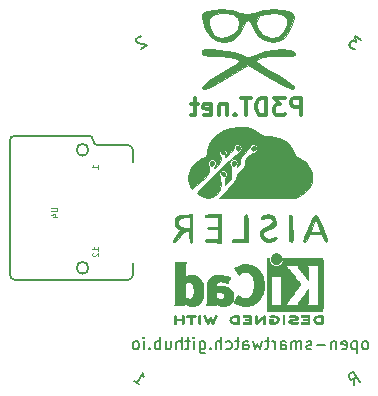
<source format=gbr>
%TF.GenerationSoftware,KiCad,Pcbnew,5.1.7+dfsg1-1~bpo10+1*%
%TF.CreationDate,Date%
%TF.ProjectId,osw-light,6f73772d-6c69-4676-9874-2e6b69636164,3.0*%
%TF.SameCoordinates,Original*%
%TF.FileFunction,Legend,Bot*%
%TF.FilePolarity,Positive*%
%FSLAX46Y46*%
G04 Gerber Fmt 4.6, Leading zero omitted, Abs format (unit mm)*
G04 Created by KiCad*
%MOMM*%
%LPD*%
G01*
G04 APERTURE LIST*
%ADD10C,0.200000*%
%ADD11C,0.300000*%
%ADD12C,0.010000*%
%ADD13C,0.150000*%
%ADD14C,0.100000*%
G04 APERTURE END LIST*
D10*
X86227014Y-113304580D02*
X86322252Y-113256961D01*
X86369871Y-113209342D01*
X86417490Y-113114104D01*
X86417490Y-112828390D01*
X86369871Y-112733152D01*
X86322252Y-112685533D01*
X86227014Y-112637914D01*
X86084157Y-112637914D01*
X85988919Y-112685533D01*
X85941300Y-112733152D01*
X85893680Y-112828390D01*
X85893680Y-113114104D01*
X85941300Y-113209342D01*
X85988919Y-113256961D01*
X86084157Y-113304580D01*
X86227014Y-113304580D01*
X85465109Y-112637914D02*
X85465109Y-113637914D01*
X85465109Y-112685533D02*
X85369871Y-112637914D01*
X85179395Y-112637914D01*
X85084157Y-112685533D01*
X85036538Y-112733152D01*
X84988919Y-112828390D01*
X84988919Y-113114104D01*
X85036538Y-113209342D01*
X85084157Y-113256961D01*
X85179395Y-113304580D01*
X85369871Y-113304580D01*
X85465109Y-113256961D01*
X84179395Y-113256961D02*
X84274633Y-113304580D01*
X84465109Y-113304580D01*
X84560347Y-113256961D01*
X84607966Y-113161723D01*
X84607966Y-112780771D01*
X84560347Y-112685533D01*
X84465109Y-112637914D01*
X84274633Y-112637914D01*
X84179395Y-112685533D01*
X84131776Y-112780771D01*
X84131776Y-112876009D01*
X84607966Y-112971247D01*
X83703204Y-112637914D02*
X83703204Y-113304580D01*
X83703204Y-112733152D02*
X83655585Y-112685533D01*
X83560347Y-112637914D01*
X83417490Y-112637914D01*
X83322252Y-112685533D01*
X83274633Y-112780771D01*
X83274633Y-113304580D01*
X82798442Y-112923628D02*
X82036538Y-112923628D01*
X81607966Y-113256961D02*
X81512728Y-113304580D01*
X81322252Y-113304580D01*
X81227014Y-113256961D01*
X81179395Y-113161723D01*
X81179395Y-113114104D01*
X81227014Y-113018866D01*
X81322252Y-112971247D01*
X81465109Y-112971247D01*
X81560347Y-112923628D01*
X81607966Y-112828390D01*
X81607966Y-112780771D01*
X81560347Y-112685533D01*
X81465109Y-112637914D01*
X81322252Y-112637914D01*
X81227014Y-112685533D01*
X80750823Y-113304580D02*
X80750823Y-112637914D01*
X80750823Y-112733152D02*
X80703204Y-112685533D01*
X80607966Y-112637914D01*
X80465109Y-112637914D01*
X80369871Y-112685533D01*
X80322252Y-112780771D01*
X80322252Y-113304580D01*
X80322252Y-112780771D02*
X80274633Y-112685533D01*
X80179395Y-112637914D01*
X80036538Y-112637914D01*
X79941300Y-112685533D01*
X79893680Y-112780771D01*
X79893680Y-113304580D01*
X78988919Y-113304580D02*
X78988919Y-112780771D01*
X79036538Y-112685533D01*
X79131776Y-112637914D01*
X79322252Y-112637914D01*
X79417490Y-112685533D01*
X78988919Y-113256961D02*
X79084157Y-113304580D01*
X79322252Y-113304580D01*
X79417490Y-113256961D01*
X79465109Y-113161723D01*
X79465109Y-113066485D01*
X79417490Y-112971247D01*
X79322252Y-112923628D01*
X79084157Y-112923628D01*
X78988919Y-112876009D01*
X78512728Y-113304580D02*
X78512728Y-112637914D01*
X78512728Y-112828390D02*
X78465109Y-112733152D01*
X78417490Y-112685533D01*
X78322252Y-112637914D01*
X78227014Y-112637914D01*
X78036538Y-112637914D02*
X77655585Y-112637914D01*
X77893680Y-112304580D02*
X77893680Y-113161723D01*
X77846061Y-113256961D01*
X77750823Y-113304580D01*
X77655585Y-113304580D01*
X77417490Y-112637914D02*
X77227014Y-113304580D01*
X77036538Y-112828390D01*
X76846061Y-113304580D01*
X76655585Y-112637914D01*
X75846061Y-113304580D02*
X75846061Y-112780771D01*
X75893680Y-112685533D01*
X75988919Y-112637914D01*
X76179395Y-112637914D01*
X76274633Y-112685533D01*
X75846061Y-113256961D02*
X75941300Y-113304580D01*
X76179395Y-113304580D01*
X76274633Y-113256961D01*
X76322252Y-113161723D01*
X76322252Y-113066485D01*
X76274633Y-112971247D01*
X76179395Y-112923628D01*
X75941300Y-112923628D01*
X75846061Y-112876009D01*
X75512728Y-112637914D02*
X75131776Y-112637914D01*
X75369871Y-112304580D02*
X75369871Y-113161723D01*
X75322252Y-113256961D01*
X75227014Y-113304580D01*
X75131776Y-113304580D01*
X74369871Y-113256961D02*
X74465109Y-113304580D01*
X74655585Y-113304580D01*
X74750823Y-113256961D01*
X74798442Y-113209342D01*
X74846061Y-113114104D01*
X74846061Y-112828390D01*
X74798442Y-112733152D01*
X74750823Y-112685533D01*
X74655585Y-112637914D01*
X74465109Y-112637914D01*
X74369871Y-112685533D01*
X73941300Y-113304580D02*
X73941300Y-112304580D01*
X73512728Y-113304580D02*
X73512728Y-112780771D01*
X73560347Y-112685533D01*
X73655585Y-112637914D01*
X73798442Y-112637914D01*
X73893680Y-112685533D01*
X73941300Y-112733152D01*
X73036538Y-113209342D02*
X72988919Y-113256961D01*
X73036538Y-113304580D01*
X73084157Y-113256961D01*
X73036538Y-113209342D01*
X73036538Y-113304580D01*
X72131776Y-112637914D02*
X72131776Y-113447438D01*
X72179395Y-113542676D01*
X72227014Y-113590295D01*
X72322252Y-113637914D01*
X72465109Y-113637914D01*
X72560347Y-113590295D01*
X72131776Y-113256961D02*
X72227014Y-113304580D01*
X72417490Y-113304580D01*
X72512728Y-113256961D01*
X72560347Y-113209342D01*
X72607966Y-113114104D01*
X72607966Y-112828390D01*
X72560347Y-112733152D01*
X72512728Y-112685533D01*
X72417490Y-112637914D01*
X72227014Y-112637914D01*
X72131776Y-112685533D01*
X71655585Y-113304580D02*
X71655585Y-112637914D01*
X71655585Y-112304580D02*
X71703204Y-112352200D01*
X71655585Y-112399819D01*
X71607966Y-112352200D01*
X71655585Y-112304580D01*
X71655585Y-112399819D01*
X71322252Y-112637914D02*
X70941300Y-112637914D01*
X71179395Y-112304580D02*
X71179395Y-113161723D01*
X71131776Y-113256961D01*
X71036538Y-113304580D01*
X70941300Y-113304580D01*
X70607966Y-113304580D02*
X70607966Y-112304580D01*
X70179395Y-113304580D02*
X70179395Y-112780771D01*
X70227014Y-112685533D01*
X70322252Y-112637914D01*
X70465109Y-112637914D01*
X70560347Y-112685533D01*
X70607966Y-112733152D01*
X69274633Y-112637914D02*
X69274633Y-113304580D01*
X69703204Y-112637914D02*
X69703204Y-113161723D01*
X69655585Y-113256961D01*
X69560347Y-113304580D01*
X69417490Y-113304580D01*
X69322252Y-113256961D01*
X69274633Y-113209342D01*
X68798442Y-113304580D02*
X68798442Y-112304580D01*
X68798442Y-112685533D02*
X68703204Y-112637914D01*
X68512728Y-112637914D01*
X68417490Y-112685533D01*
X68369871Y-112733152D01*
X68322252Y-112828390D01*
X68322252Y-113114104D01*
X68369871Y-113209342D01*
X68417490Y-113256961D01*
X68512728Y-113304580D01*
X68703204Y-113304580D01*
X68798442Y-113256961D01*
X67893680Y-113209342D02*
X67846061Y-113256961D01*
X67893680Y-113304580D01*
X67941300Y-113256961D01*
X67893680Y-113209342D01*
X67893680Y-113304580D01*
X67417490Y-113304580D02*
X67417490Y-112637914D01*
X67417490Y-112304580D02*
X67465109Y-112352200D01*
X67417490Y-112399819D01*
X67369871Y-112352200D01*
X67417490Y-112304580D01*
X67417490Y-112399819D01*
X66798442Y-113304580D02*
X66893680Y-113256961D01*
X66941300Y-113209342D01*
X66988919Y-113114104D01*
X66988919Y-112828390D01*
X66941300Y-112733152D01*
X66893680Y-112685533D01*
X66798442Y-112637914D01*
X66655585Y-112637914D01*
X66560347Y-112685533D01*
X66512728Y-112733152D01*
X66465109Y-112828390D01*
X66465109Y-113114104D01*
X66512728Y-113209342D01*
X66560347Y-113256961D01*
X66655585Y-113304580D01*
X66798442Y-113304580D01*
D11*
X80710314Y-93515571D02*
X80710314Y-92015571D01*
X80138885Y-92015571D01*
X79996028Y-92087000D01*
X79924600Y-92158428D01*
X79853171Y-92301285D01*
X79853171Y-92515571D01*
X79924600Y-92658428D01*
X79996028Y-92729857D01*
X80138885Y-92801285D01*
X80710314Y-92801285D01*
X79353171Y-92015571D02*
X78424600Y-92015571D01*
X78924600Y-92587000D01*
X78710314Y-92587000D01*
X78567457Y-92658428D01*
X78496028Y-92729857D01*
X78424600Y-92872714D01*
X78424600Y-93229857D01*
X78496028Y-93372714D01*
X78567457Y-93444142D01*
X78710314Y-93515571D01*
X79138885Y-93515571D01*
X79281742Y-93444142D01*
X79353171Y-93372714D01*
X77781742Y-93515571D02*
X77781742Y-92015571D01*
X77424600Y-92015571D01*
X77210314Y-92087000D01*
X77067457Y-92229857D01*
X76996028Y-92372714D01*
X76924600Y-92658428D01*
X76924600Y-92872714D01*
X76996028Y-93158428D01*
X77067457Y-93301285D01*
X77210314Y-93444142D01*
X77424600Y-93515571D01*
X77781742Y-93515571D01*
X76496028Y-92015571D02*
X75638885Y-92015571D01*
X76067457Y-93515571D02*
X76067457Y-92015571D01*
X75138885Y-93372714D02*
X75067457Y-93444142D01*
X75138885Y-93515571D01*
X75210314Y-93444142D01*
X75138885Y-93372714D01*
X75138885Y-93515571D01*
X74424600Y-92515571D02*
X74424600Y-93515571D01*
X74424600Y-92658428D02*
X74353171Y-92587000D01*
X74210314Y-92515571D01*
X73996028Y-92515571D01*
X73853171Y-92587000D01*
X73781742Y-92729857D01*
X73781742Y-93515571D01*
X72496028Y-93444142D02*
X72638885Y-93515571D01*
X72924600Y-93515571D01*
X73067457Y-93444142D01*
X73138885Y-93301285D01*
X73138885Y-92729857D01*
X73067457Y-92587000D01*
X72924600Y-92515571D01*
X72638885Y-92515571D01*
X72496028Y-92587000D01*
X72424600Y-92729857D01*
X72424600Y-92872714D01*
X73138885Y-93015571D01*
X71996028Y-92515571D02*
X71424600Y-92515571D01*
X71781742Y-92015571D02*
X71781742Y-93301285D01*
X71710314Y-93444142D01*
X71567457Y-93515571D01*
X71424600Y-93515571D01*
D10*
X85794811Y-87098274D02*
X85275634Y-86761116D01*
X85347709Y-87262156D01*
X85227899Y-87184351D01*
X85122091Y-87172417D01*
X85056219Y-87186418D01*
X84964412Y-87240357D01*
X84834736Y-87440040D01*
X84822802Y-87545849D01*
X84836804Y-87611721D01*
X84890742Y-87703528D01*
X85130362Y-87859139D01*
X85236171Y-87871073D01*
X85302042Y-87857071D01*
X67176235Y-86840990D02*
X67110363Y-86826988D01*
X67004555Y-86838922D01*
X66804871Y-86968598D01*
X66750933Y-87060405D01*
X66736932Y-87126277D01*
X66748865Y-87232085D01*
X66800736Y-87311959D01*
X66918478Y-87405834D01*
X67708941Y-87573852D01*
X67189764Y-87911009D01*
X66569995Y-115984287D02*
X67049235Y-116295509D01*
X66809615Y-116139898D02*
X67354254Y-115301228D01*
X67356322Y-115472908D01*
X67384325Y-115604652D01*
X67438263Y-115696459D01*
X85203795Y-116371977D02*
X85224000Y-115791064D01*
X85683036Y-116060755D02*
X85138397Y-115222084D01*
X84818903Y-115429566D01*
X84764965Y-115521373D01*
X84750963Y-115587244D01*
X84762897Y-115693053D01*
X84840703Y-115812863D01*
X84932510Y-115866801D01*
X84998382Y-115880803D01*
X85104190Y-115868869D01*
X85423684Y-115661388D01*
D12*
%TO.C,G\u002A\u002A\u002A*%
G36*
X77703391Y-84554694D02*
G01*
X77157268Y-84673412D01*
X77057430Y-84718095D01*
X76328675Y-84914946D01*
X75487578Y-84805364D01*
X75184712Y-84697172D01*
X74685259Y-84579206D01*
X74038307Y-84539512D01*
X73368524Y-84572039D01*
X72800581Y-84670737D01*
X72459256Y-84829445D01*
X72370491Y-85137318D01*
X72436499Y-85625097D01*
X72622544Y-86172212D01*
X72893891Y-86658094D01*
X73033860Y-86823928D01*
X73648023Y-87227258D01*
X74306709Y-87311672D01*
X74939945Y-87094545D01*
X75477760Y-86593249D01*
X75729382Y-86154654D01*
X75989333Y-85678043D01*
X75514911Y-85678043D01*
X75368058Y-86215684D01*
X74991702Y-86639155D01*
X74482151Y-86904700D01*
X73935709Y-86968560D01*
X73448682Y-86786977D01*
X73324270Y-86673394D01*
X73075603Y-86261702D01*
X72922569Y-85801661D01*
X72941096Y-85320566D01*
X73238996Y-85017178D01*
X73834998Y-84877569D01*
X74182743Y-84864420D01*
X74926024Y-84957651D01*
X75371573Y-85235461D01*
X75514911Y-85678043D01*
X75989333Y-85678043D01*
X76009976Y-85640195D01*
X76253219Y-85475933D01*
X76476715Y-85661096D01*
X76671333Y-86113349D01*
X77053090Y-86760440D01*
X77633143Y-87170204D01*
X78324372Y-87304703D01*
X79019502Y-87135885D01*
X79341932Y-86848427D01*
X79683907Y-86353017D01*
X79969768Y-85783955D01*
X79971268Y-85779003D01*
X79542125Y-85779003D01*
X79518364Y-85898511D01*
X79233716Y-86519850D01*
X78757485Y-86882922D01*
X78167651Y-86960833D01*
X77542198Y-86726686D01*
X77403900Y-86627752D01*
X77052235Y-86195766D01*
X76929448Y-85704099D01*
X77044485Y-85266310D01*
X77279458Y-85048291D01*
X77785703Y-84902255D01*
X78418652Y-84874933D01*
X79008897Y-84962080D01*
X79320858Y-85099431D01*
X79538594Y-85368945D01*
X79542125Y-85779003D01*
X79971268Y-85779003D01*
X80123857Y-85275539D01*
X80133093Y-85159188D01*
X79983862Y-84878268D01*
X79677474Y-84682401D01*
X79114014Y-84557138D01*
X78405813Y-84515252D01*
X77703391Y-84554694D01*
G37*
X77703391Y-84554694D02*
X77157268Y-84673412D01*
X77057430Y-84718095D01*
X76328675Y-84914946D01*
X75487578Y-84805364D01*
X75184712Y-84697172D01*
X74685259Y-84579206D01*
X74038307Y-84539512D01*
X73368524Y-84572039D01*
X72800581Y-84670737D01*
X72459256Y-84829445D01*
X72370491Y-85137318D01*
X72436499Y-85625097D01*
X72622544Y-86172212D01*
X72893891Y-86658094D01*
X73033860Y-86823928D01*
X73648023Y-87227258D01*
X74306709Y-87311672D01*
X74939945Y-87094545D01*
X75477760Y-86593249D01*
X75729382Y-86154654D01*
X75989333Y-85678043D01*
X75514911Y-85678043D01*
X75368058Y-86215684D01*
X74991702Y-86639155D01*
X74482151Y-86904700D01*
X73935709Y-86968560D01*
X73448682Y-86786977D01*
X73324270Y-86673394D01*
X73075603Y-86261702D01*
X72922569Y-85801661D01*
X72941096Y-85320566D01*
X73238996Y-85017178D01*
X73834998Y-84877569D01*
X74182743Y-84864420D01*
X74926024Y-84957651D01*
X75371573Y-85235461D01*
X75514911Y-85678043D01*
X75989333Y-85678043D01*
X76009976Y-85640195D01*
X76253219Y-85475933D01*
X76476715Y-85661096D01*
X76671333Y-86113349D01*
X77053090Y-86760440D01*
X77633143Y-87170204D01*
X78324372Y-87304703D01*
X79019502Y-87135885D01*
X79341932Y-86848427D01*
X79683907Y-86353017D01*
X79969768Y-85783955D01*
X79971268Y-85779003D01*
X79542125Y-85779003D01*
X79518364Y-85898511D01*
X79233716Y-86519850D01*
X78757485Y-86882922D01*
X78167651Y-86960833D01*
X77542198Y-86726686D01*
X77403900Y-86627752D01*
X77052235Y-86195766D01*
X76929448Y-85704099D01*
X77044485Y-85266310D01*
X77279458Y-85048291D01*
X77785703Y-84902255D01*
X78418652Y-84874933D01*
X79008897Y-84962080D01*
X79320858Y-85099431D01*
X79538594Y-85368945D01*
X79542125Y-85779003D01*
X79971268Y-85779003D01*
X80123857Y-85275539D01*
X80133093Y-85159188D01*
X79983862Y-84878268D01*
X79677474Y-84682401D01*
X79114014Y-84557138D01*
X78405813Y-84515252D01*
X77703391Y-84554694D01*
G36*
X72657856Y-87905237D02*
G01*
X72359233Y-87974698D01*
X72317708Y-88035985D01*
X72355169Y-88303132D01*
X72522755Y-88435184D01*
X72903273Y-88465664D01*
X73328752Y-88445294D01*
X73946523Y-88451120D01*
X74570770Y-88529638D01*
X75102584Y-88659054D01*
X75443056Y-88817576D01*
X75514911Y-88926964D01*
X75370503Y-89063167D01*
X74981350Y-89328085D01*
X74413554Y-89678471D01*
X73974844Y-89934517D01*
X73121481Y-90449870D01*
X72575782Y-90843197D01*
X72343171Y-91109337D01*
X72429070Y-91243129D01*
X72583015Y-91258825D01*
X72849563Y-91171517D01*
X73342142Y-90935214D01*
X73985006Y-90588346D01*
X74551663Y-90260018D01*
X76225400Y-89261210D01*
X77899138Y-90260018D01*
X78856329Y-90805551D01*
X79539463Y-91135172D01*
X79954857Y-91251118D01*
X80108828Y-91155627D01*
X80092194Y-91036797D01*
X79916020Y-90859024D01*
X79498458Y-90559360D01*
X78909976Y-90186048D01*
X78478791Y-89932243D01*
X77829016Y-89548879D01*
X77314308Y-89222939D01*
X77000675Y-88997530D01*
X76935890Y-88924690D01*
X77097142Y-88757570D01*
X77515434Y-88608267D01*
X78092574Y-88497249D01*
X78730365Y-88444985D01*
X79183618Y-88456167D01*
X79856394Y-88478672D01*
X80194292Y-88403968D01*
X80205136Y-88228412D01*
X80039344Y-88057525D01*
X79692516Y-87944462D01*
X79112061Y-87920769D01*
X78405310Y-87976075D01*
X77679592Y-88100013D01*
X77042238Y-88282212D01*
X76841542Y-88366468D01*
X76417137Y-88542248D01*
X76094020Y-88555405D01*
X75686747Y-88402699D01*
X75562422Y-88344133D01*
X75090750Y-88179774D01*
X74475227Y-88045231D01*
X73805083Y-87948977D01*
X73169549Y-87899488D01*
X72657856Y-87905237D01*
G37*
X72657856Y-87905237D02*
X72359233Y-87974698D01*
X72317708Y-88035985D01*
X72355169Y-88303132D01*
X72522755Y-88435184D01*
X72903273Y-88465664D01*
X73328752Y-88445294D01*
X73946523Y-88451120D01*
X74570770Y-88529638D01*
X75102584Y-88659054D01*
X75443056Y-88817576D01*
X75514911Y-88926964D01*
X75370503Y-89063167D01*
X74981350Y-89328085D01*
X74413554Y-89678471D01*
X73974844Y-89934517D01*
X73121481Y-90449870D01*
X72575782Y-90843197D01*
X72343171Y-91109337D01*
X72429070Y-91243129D01*
X72583015Y-91258825D01*
X72849563Y-91171517D01*
X73342142Y-90935214D01*
X73985006Y-90588346D01*
X74551663Y-90260018D01*
X76225400Y-89261210D01*
X77899138Y-90260018D01*
X78856329Y-90805551D01*
X79539463Y-91135172D01*
X79954857Y-91251118D01*
X80108828Y-91155627D01*
X80092194Y-91036797D01*
X79916020Y-90859024D01*
X79498458Y-90559360D01*
X78909976Y-90186048D01*
X78478791Y-89932243D01*
X77829016Y-89548879D01*
X77314308Y-89222939D01*
X77000675Y-88997530D01*
X76935890Y-88924690D01*
X77097142Y-88757570D01*
X77515434Y-88608267D01*
X78092574Y-88497249D01*
X78730365Y-88444985D01*
X79183618Y-88456167D01*
X79856394Y-88478672D01*
X80194292Y-88403968D01*
X80205136Y-88228412D01*
X80039344Y-88057525D01*
X79692516Y-87944462D01*
X79112061Y-87920769D01*
X78405310Y-87976075D01*
X77679592Y-88100013D01*
X77042238Y-88282212D01*
X76841542Y-88366468D01*
X76417137Y-88542248D01*
X76094020Y-88555405D01*
X75686747Y-88402699D01*
X75562422Y-88344133D01*
X75090750Y-88179774D01*
X74475227Y-88045231D01*
X73805083Y-87948977D01*
X73169549Y-87899488D01*
X72657856Y-87905237D01*
G36*
X77711279Y-101911886D02*
G01*
X77489719Y-101978995D01*
X77349962Y-102095755D01*
X77323950Y-102187547D01*
X77364474Y-102272135D01*
X77462857Y-102252034D01*
X77771404Y-102163876D01*
X78044662Y-102168269D01*
X78227874Y-102258088D01*
X78333040Y-102422953D01*
X78297800Y-102578775D01*
X78115867Y-102737209D01*
X77908109Y-102850950D01*
X77589143Y-103016389D01*
X77391021Y-103154358D01*
X77286343Y-103294186D01*
X77247712Y-103465199D01*
X77244575Y-103561207D01*
X77313063Y-103860546D01*
X77499245Y-104082975D01*
X77774203Y-104212455D01*
X78109015Y-104232951D01*
X78354859Y-104176889D01*
X78529767Y-104083820D01*
X78642083Y-103966637D01*
X78671330Y-103861767D01*
X78597033Y-103805639D01*
X78564768Y-103803450D01*
X78427143Y-103849606D01*
X78395513Y-103882825D01*
X78291378Y-103933686D01*
X78094170Y-103960813D01*
X78035471Y-103962200D01*
X77772400Y-103910390D01*
X77597718Y-103779418D01*
X77519893Y-103605962D01*
X77547392Y-103426705D01*
X77688683Y-103278327D01*
X77862277Y-103211936D01*
X78085761Y-103135469D01*
X78325591Y-103016365D01*
X78339187Y-103008214D01*
X78510514Y-102878210D01*
X78581891Y-102724282D01*
X78593950Y-102537708D01*
X78548814Y-102247238D01*
X78420233Y-102060292D01*
X78221192Y-101947350D01*
X77969989Y-101899609D01*
X77711279Y-101911886D01*
G37*
X77711279Y-101911886D02*
X77489719Y-101978995D01*
X77349962Y-102095755D01*
X77323950Y-102187547D01*
X77364474Y-102272135D01*
X77462857Y-102252034D01*
X77771404Y-102163876D01*
X78044662Y-102168269D01*
X78227874Y-102258088D01*
X78333040Y-102422953D01*
X78297800Y-102578775D01*
X78115867Y-102737209D01*
X77908109Y-102850950D01*
X77589143Y-103016389D01*
X77391021Y-103154358D01*
X77286343Y-103294186D01*
X77247712Y-103465199D01*
X77244575Y-103561207D01*
X77313063Y-103860546D01*
X77499245Y-104082975D01*
X77774203Y-104212455D01*
X78109015Y-104232951D01*
X78354859Y-104176889D01*
X78529767Y-104083820D01*
X78642083Y-103966637D01*
X78671330Y-103861767D01*
X78597033Y-103805639D01*
X78564768Y-103803450D01*
X78427143Y-103849606D01*
X78395513Y-103882825D01*
X78291378Y-103933686D01*
X78094170Y-103960813D01*
X78035471Y-103962200D01*
X77772400Y-103910390D01*
X77597718Y-103779418D01*
X77519893Y-103605962D01*
X77547392Y-103426705D01*
X77688683Y-103278327D01*
X77862277Y-103211936D01*
X78085761Y-103135469D01*
X78325591Y-103016365D01*
X78339187Y-103008214D01*
X78510514Y-102878210D01*
X78581891Y-102724282D01*
X78593950Y-102537708D01*
X78548814Y-102247238D01*
X78420233Y-102060292D01*
X78221192Y-101947350D01*
X77969989Y-101899609D01*
X77711279Y-101911886D01*
G36*
X75989142Y-101907202D02*
G01*
X75944863Y-101950323D01*
X75917222Y-102053114D01*
X75902327Y-102240872D01*
X75896285Y-102538897D01*
X75895200Y-102930325D01*
X75895200Y-103962200D01*
X75379263Y-103962200D01*
X75086840Y-103970796D01*
X74924769Y-104000677D01*
X74865376Y-104057975D01*
X74863325Y-104076578D01*
X74873073Y-104154942D01*
X74922262Y-104202403D01*
X75040812Y-104224677D01*
X75258643Y-104227478D01*
X75597544Y-104216829D01*
X76212700Y-104193647D01*
X76212700Y-103046048D01*
X76211589Y-102598059D01*
X76206040Y-102284803D01*
X76192733Y-102082266D01*
X76168344Y-101966436D01*
X76129553Y-101913297D01*
X76073037Y-101898837D01*
X76053950Y-101898450D01*
X75989142Y-101907202D01*
G37*
X75989142Y-101907202D02*
X75944863Y-101950323D01*
X75917222Y-102053114D01*
X75902327Y-102240872D01*
X75896285Y-102538897D01*
X75895200Y-102930325D01*
X75895200Y-103962200D01*
X75379263Y-103962200D01*
X75086840Y-103970796D01*
X74924769Y-104000677D01*
X74865376Y-104057975D01*
X74863325Y-104076578D01*
X74873073Y-104154942D01*
X74922262Y-104202403D01*
X75040812Y-104224677D01*
X75258643Y-104227478D01*
X75597544Y-104216829D01*
X76212700Y-104193647D01*
X76212700Y-103046048D01*
X76211589Y-102598059D01*
X76206040Y-102284803D01*
X76192733Y-102082266D01*
X76168344Y-101966436D01*
X76129553Y-101913297D01*
X76073037Y-101898837D01*
X76053950Y-101898450D01*
X75989142Y-101907202D01*
G36*
X72927310Y-101903089D02*
G01*
X72710225Y-101920023D01*
X72597440Y-101953773D01*
X72561827Y-102008860D01*
X72561450Y-102017512D01*
X72594127Y-102082201D01*
X72711619Y-102119224D01*
X72943126Y-102134839D01*
X73117075Y-102136575D01*
X73672700Y-102136575D01*
X73672700Y-102930325D01*
X73236138Y-102930325D01*
X72972865Y-102941014D01*
X72837321Y-102978521D01*
X72799575Y-103049387D01*
X72838769Y-103121189D01*
X72976297Y-103158155D01*
X73236138Y-103168450D01*
X73672700Y-103168450D01*
X73672700Y-103962200D01*
X73111255Y-103962200D01*
X72817592Y-103966756D01*
X72651331Y-103985830D01*
X72581257Y-104027529D01*
X72576150Y-104099959D01*
X72576367Y-104101106D01*
X72612117Y-104169932D01*
X72707889Y-104214723D01*
X72894151Y-104242323D01*
X73201369Y-104259580D01*
X73296562Y-104262946D01*
X73990200Y-104285880D01*
X73990200Y-101898450D01*
X73275825Y-101898450D01*
X72927310Y-101903089D01*
G37*
X72927310Y-101903089D02*
X72710225Y-101920023D01*
X72597440Y-101953773D01*
X72561827Y-102008860D01*
X72561450Y-102017512D01*
X72594127Y-102082201D01*
X72711619Y-102119224D01*
X72943126Y-102134839D01*
X73117075Y-102136575D01*
X73672700Y-102136575D01*
X73672700Y-102930325D01*
X73236138Y-102930325D01*
X72972865Y-102941014D01*
X72837321Y-102978521D01*
X72799575Y-103049387D01*
X72838769Y-103121189D01*
X72976297Y-103158155D01*
X73236138Y-103168450D01*
X73672700Y-103168450D01*
X73672700Y-103962200D01*
X73111255Y-103962200D01*
X72817592Y-103966756D01*
X72651331Y-103985830D01*
X72581257Y-104027529D01*
X72576150Y-104099959D01*
X72576367Y-104101106D01*
X72612117Y-104169932D01*
X72707889Y-104214723D01*
X72894151Y-104242323D01*
X73201369Y-104259580D01*
X73296562Y-104262946D01*
X73990200Y-104285880D01*
X73990200Y-101898450D01*
X73275825Y-101898450D01*
X72927310Y-101903089D01*
G36*
X70941284Y-101910806D02*
G01*
X70531946Y-101953477D01*
X70257195Y-102042187D01*
X70096072Y-102191243D01*
X70027616Y-102414952D01*
X70021450Y-102538696D01*
X70054938Y-102779627D01*
X70181555Y-102966043D01*
X70264785Y-103041590D01*
X70508119Y-103246342D01*
X70141083Y-103723333D01*
X69958201Y-103964397D01*
X69863879Y-104106528D01*
X69848852Y-104175822D01*
X69903855Y-104198372D01*
X69971719Y-104200325D01*
X70179129Y-104126233D01*
X70347013Y-103942356D01*
X70587766Y-103630378D01*
X70817131Y-103401385D01*
X71011238Y-103276663D01*
X71109782Y-103262053D01*
X71191729Y-103307448D01*
X71240867Y-103428061D01*
X71268284Y-103658866D01*
X71275394Y-103784403D01*
X71299748Y-104074309D01*
X71342687Y-104231013D01*
X71411261Y-104279646D01*
X71414301Y-104279700D01*
X71459486Y-104255700D01*
X71491488Y-104169338D01*
X71512378Y-103999070D01*
X71524226Y-103723352D01*
X71529103Y-103320640D01*
X71529575Y-103080399D01*
X71529575Y-102136575D01*
X71291450Y-102136575D01*
X71291450Y-103009700D01*
X70934263Y-103009700D01*
X70627770Y-102973385D01*
X70423470Y-102856020D01*
X70418325Y-102850950D01*
X70285902Y-102640047D01*
X70295139Y-102440305D01*
X70429392Y-102274771D01*
X70672016Y-102166491D01*
X70934263Y-102136575D01*
X71291450Y-102136575D01*
X71529575Y-102136575D01*
X71529575Y-101881098D01*
X70941284Y-101910806D01*
G37*
X70941284Y-101910806D02*
X70531946Y-101953477D01*
X70257195Y-102042187D01*
X70096072Y-102191243D01*
X70027616Y-102414952D01*
X70021450Y-102538696D01*
X70054938Y-102779627D01*
X70181555Y-102966043D01*
X70264785Y-103041590D01*
X70508119Y-103246342D01*
X70141083Y-103723333D01*
X69958201Y-103964397D01*
X69863879Y-104106528D01*
X69848852Y-104175822D01*
X69903855Y-104198372D01*
X69971719Y-104200325D01*
X70179129Y-104126233D01*
X70347013Y-103942356D01*
X70587766Y-103630378D01*
X70817131Y-103401385D01*
X71011238Y-103276663D01*
X71109782Y-103262053D01*
X71191729Y-103307448D01*
X71240867Y-103428061D01*
X71268284Y-103658866D01*
X71275394Y-103784403D01*
X71299748Y-104074309D01*
X71342687Y-104231013D01*
X71411261Y-104279646D01*
X71414301Y-104279700D01*
X71459486Y-104255700D01*
X71491488Y-104169338D01*
X71512378Y-103999070D01*
X71524226Y-103723352D01*
X71529103Y-103320640D01*
X71529575Y-103080399D01*
X71529575Y-102136575D01*
X71291450Y-102136575D01*
X71291450Y-103009700D01*
X70934263Y-103009700D01*
X70627770Y-102973385D01*
X70423470Y-102856020D01*
X70418325Y-102850950D01*
X70285902Y-102640047D01*
X70295139Y-102440305D01*
X70429392Y-102274771D01*
X70672016Y-102166491D01*
X70934263Y-102136575D01*
X71291450Y-102136575D01*
X71529575Y-102136575D01*
X71529575Y-101881098D01*
X70941284Y-101910806D01*
G36*
X81822318Y-101998121D02*
G01*
X81694353Y-102205934D01*
X81540033Y-102549868D01*
X81394011Y-102907235D01*
X81239920Y-103289694D01*
X81104206Y-103627606D01*
X80999524Y-103889387D01*
X80938526Y-104043455D01*
X80931594Y-104061418D01*
X80928043Y-104173762D01*
X81026240Y-104199517D01*
X81167686Y-104120803D01*
X81302428Y-103891975D01*
X81306650Y-103882017D01*
X81439661Y-103565325D01*
X82466088Y-103565325D01*
X82593127Y-103882825D01*
X82725165Y-104120597D01*
X82867650Y-104200323D01*
X82868187Y-104200325D01*
X82918682Y-104185070D01*
X82934829Y-104125536D01*
X82910961Y-104001064D01*
X82841413Y-103790996D01*
X82720518Y-103474676D01*
X82668902Y-103345962D01*
X82346735Y-103345962D01*
X82342207Y-103362484D01*
X82241857Y-103391830D01*
X82054339Y-103405018D01*
X81836596Y-103403132D01*
X81645570Y-103387256D01*
X81538203Y-103358472D01*
X81530809Y-103347043D01*
X81556671Y-103230494D01*
X81622482Y-103028835D01*
X81710538Y-102788311D01*
X81803130Y-102555169D01*
X81882553Y-102375655D01*
X81931099Y-102296016D01*
X81933491Y-102295325D01*
X81987590Y-102363303D01*
X82071372Y-102536202D01*
X82167006Y-102767469D01*
X82256664Y-103010554D01*
X82322517Y-103218902D01*
X82346735Y-103345962D01*
X82668902Y-103345962D01*
X82557927Y-103069231D01*
X82351259Y-102567142D01*
X82188397Y-102210940D01*
X82055307Y-101998672D01*
X81937958Y-101928383D01*
X81822318Y-101998121D01*
G37*
X81822318Y-101998121D02*
X81694353Y-102205934D01*
X81540033Y-102549868D01*
X81394011Y-102907235D01*
X81239920Y-103289694D01*
X81104206Y-103627606D01*
X80999524Y-103889387D01*
X80938526Y-104043455D01*
X80931594Y-104061418D01*
X80928043Y-104173762D01*
X81026240Y-104199517D01*
X81167686Y-104120803D01*
X81302428Y-103891975D01*
X81306650Y-103882017D01*
X81439661Y-103565325D01*
X82466088Y-103565325D01*
X82593127Y-103882825D01*
X82725165Y-104120597D01*
X82867650Y-104200323D01*
X82868187Y-104200325D01*
X82918682Y-104185070D01*
X82934829Y-104125536D01*
X82910961Y-104001064D01*
X82841413Y-103790996D01*
X82720518Y-103474676D01*
X82668902Y-103345962D01*
X82346735Y-103345962D01*
X82342207Y-103362484D01*
X82241857Y-103391830D01*
X82054339Y-103405018D01*
X81836596Y-103403132D01*
X81645570Y-103387256D01*
X81538203Y-103358472D01*
X81530809Y-103347043D01*
X81556671Y-103230494D01*
X81622482Y-103028835D01*
X81710538Y-102788311D01*
X81803130Y-102555169D01*
X81882553Y-102375655D01*
X81931099Y-102296016D01*
X81933491Y-102295325D01*
X81987590Y-102363303D01*
X82071372Y-102536202D01*
X82167006Y-102767469D01*
X82256664Y-103010554D01*
X82322517Y-103218902D01*
X82346735Y-103345962D01*
X82668902Y-103345962D01*
X82557927Y-103069231D01*
X82351259Y-102567142D01*
X82188397Y-102210940D01*
X82055307Y-101998672D01*
X81937958Y-101928383D01*
X81822318Y-101998121D01*
G36*
X79784113Y-101917633D02*
G01*
X79748474Y-101971682D01*
X79725370Y-102097318D01*
X79712196Y-102317243D01*
X79706351Y-102654155D01*
X79705200Y-103043567D01*
X79706120Y-103493240D01*
X79711198Y-103808141D01*
X79723909Y-104012250D01*
X79747730Y-104129543D01*
X79786138Y-104183999D01*
X79842608Y-104199595D01*
X79872909Y-104200325D01*
X79938498Y-104194771D01*
X79983243Y-104161950D01*
X80009922Y-104077617D01*
X80021316Y-103917531D01*
X80020204Y-103657449D01*
X80009366Y-103273128D01*
X80002596Y-103069231D01*
X79985036Y-102616484D01*
X79965593Y-102298932D01*
X79940851Y-102093027D01*
X79907396Y-101975222D01*
X79861816Y-101921969D01*
X79834887Y-101912473D01*
X79784113Y-101917633D01*
G37*
X79784113Y-101917633D02*
X79748474Y-101971682D01*
X79725370Y-102097318D01*
X79712196Y-102317243D01*
X79706351Y-102654155D01*
X79705200Y-103043567D01*
X79706120Y-103493240D01*
X79711198Y-103808141D01*
X79723909Y-104012250D01*
X79747730Y-104129543D01*
X79786138Y-104183999D01*
X79842608Y-104199595D01*
X79872909Y-104200325D01*
X79938498Y-104194771D01*
X79983243Y-104161950D01*
X80009922Y-104077617D01*
X80021316Y-103917531D01*
X80020204Y-103657449D01*
X80009366Y-103273128D01*
X80002596Y-103069231D01*
X79985036Y-102616484D01*
X79965593Y-102298932D01*
X79940851Y-102093027D01*
X79907396Y-101975222D01*
X79861816Y-101921969D01*
X79834887Y-101912473D01*
X79784113Y-101917633D01*
G36*
X74809151Y-94549694D02*
G01*
X74199463Y-94742250D01*
X73680905Y-95049811D01*
X73265117Y-95463456D01*
X72963743Y-95974267D01*
X72791599Y-96554939D01*
X72740688Y-96816254D01*
X72680144Y-96968912D01*
X72573049Y-97060644D01*
X72382484Y-97139182D01*
X72323413Y-97160239D01*
X71967077Y-97351049D01*
X71648664Y-97638800D01*
X71390414Y-97988463D01*
X71214568Y-98365004D01*
X71143363Y-98733394D01*
X71170175Y-98976810D01*
X71251917Y-99224062D01*
X71350835Y-99461427D01*
X71446590Y-99646233D01*
X71518841Y-99735809D01*
X71532880Y-99737738D01*
X71609467Y-99677340D01*
X71775898Y-99529392D01*
X72007490Y-99316278D01*
X72273870Y-99065786D01*
X72568739Y-98781256D01*
X72764952Y-98575752D01*
X72882121Y-98422404D01*
X72939857Y-98294339D01*
X72957771Y-98164686D01*
X72958326Y-98127911D01*
X72934812Y-97886297D01*
X72877700Y-97689742D01*
X72872624Y-97679753D01*
X72845886Y-97498413D01*
X72933557Y-97343233D01*
X73091341Y-97244159D01*
X73274944Y-97231136D01*
X73418700Y-97310574D01*
X73495240Y-97462316D01*
X73508615Y-97649621D01*
X73456284Y-97792432D01*
X73434575Y-97810637D01*
X73358022Y-97924396D01*
X73355200Y-97949955D01*
X73404720Y-97953237D01*
X73531449Y-97863108D01*
X73633013Y-97770950D01*
X73848072Y-97476949D01*
X73917815Y-97165739D01*
X73837744Y-96861265D01*
X73812186Y-96817098D01*
X73762361Y-96623610D01*
X73846413Y-96467913D01*
X74039473Y-96386438D01*
X74109263Y-96381887D01*
X74328247Y-96436213D01*
X74445146Y-96574905D01*
X74435094Y-96761531D01*
X74406340Y-96817098D01*
X74318044Y-96979771D01*
X74331587Y-97021396D01*
X74446327Y-96942168D01*
X74661621Y-96742279D01*
X74664888Y-96739074D01*
X74852464Y-96536031D01*
X74981820Y-96359776D01*
X75022075Y-96262173D01*
X75082709Y-96068694D01*
X75233098Y-95968500D01*
X75425977Y-95974706D01*
X75612240Y-96098386D01*
X75705813Y-96296145D01*
X75663229Y-96487273D01*
X75498028Y-96619378D01*
X75475555Y-96627239D01*
X75374441Y-96694710D01*
X75182894Y-96854400D01*
X74917663Y-97090133D01*
X74595497Y-97385735D01*
X74233145Y-97725030D01*
X73847357Y-98091842D01*
X73454881Y-98469996D01*
X73072466Y-98843316D01*
X72716862Y-99195627D01*
X72404817Y-99510753D01*
X72153082Y-99772519D01*
X71978404Y-99964750D01*
X71897532Y-100071268D01*
X71894622Y-100085540D01*
X72031768Y-100202746D01*
X72269407Y-100319813D01*
X72550773Y-100414892D01*
X72819100Y-100466131D01*
X72892628Y-100469700D01*
X73106808Y-100452765D01*
X73280100Y-100382753D01*
X73470970Y-100230855D01*
X73570477Y-100135673D01*
X73750871Y-99951338D01*
X73852671Y-99805772D01*
X73898354Y-99641246D01*
X73910395Y-99400032D01*
X73910825Y-99261471D01*
X73897155Y-98962216D01*
X73861442Y-98710139D01*
X73815130Y-98568063D01*
X73764272Y-98429907D01*
X73827654Y-98297499D01*
X73867120Y-98251640D01*
X74042322Y-98111109D01*
X74199676Y-98119762D01*
X74335086Y-98233606D01*
X74433628Y-98392537D01*
X74464354Y-98545169D01*
X74420318Y-98636649D01*
X74387075Y-98644075D01*
X74340722Y-98715233D01*
X74312129Y-98896188D01*
X74307700Y-99019579D01*
X74307700Y-99395084D01*
X74565669Y-99137175D01*
X74712812Y-98972354D01*
X74792627Y-98813344D01*
X74827459Y-98598683D01*
X74836804Y-98391498D01*
X74823595Y-98038300D01*
X74766655Y-97788118D01*
X74738848Y-97734137D01*
X74669777Y-97586177D01*
X74708706Y-97452756D01*
X74750026Y-97389934D01*
X74926638Y-97240985D01*
X75119966Y-97241277D01*
X75291612Y-97386346D01*
X75367318Y-97577821D01*
X75335801Y-97698628D01*
X75265986Y-97861078D01*
X75293034Y-97900966D01*
X75414344Y-97814788D01*
X75418951Y-97810637D01*
X75550865Y-97587264D01*
X75577700Y-97378632D01*
X75597135Y-97200284D01*
X75672730Y-97037525D01*
X75830419Y-96845968D01*
X75974575Y-96699387D01*
X76173243Y-96485670D01*
X76315600Y-96298116D01*
X76371424Y-96176651D01*
X76371450Y-96175082D01*
X76435287Y-96032416D01*
X76589604Y-95957195D01*
X76778613Y-95955165D01*
X76946526Y-96032071D01*
X77009299Y-96109397D01*
X77035475Y-96298680D01*
X76959150Y-96492964D01*
X76814777Y-96630299D01*
X76703230Y-96659700D01*
X76570501Y-96713560D01*
X76384954Y-96851346D01*
X76268497Y-96960702D01*
X76075077Y-97191081D01*
X75987947Y-97395475D01*
X75974575Y-97539488D01*
X75950075Y-97726863D01*
X75858358Y-97902141D01*
X75672102Y-98113383D01*
X75617388Y-98167825D01*
X75396144Y-98410344D01*
X75285218Y-98605822D01*
X75260200Y-98758328D01*
X75240709Y-98880208D01*
X75170771Y-99019949D01*
X75033193Y-99200447D01*
X74810780Y-99444602D01*
X74527549Y-99733989D01*
X73794898Y-100469700D01*
X80322073Y-100469700D01*
X80747855Y-100248502D01*
X81183560Y-99946945D01*
X81490327Y-99568230D01*
X81658743Y-99126646D01*
X81689575Y-98818915D01*
X81618466Y-98317828D01*
X81418776Y-97862723D01*
X81110965Y-97483263D01*
X80715492Y-97209107D01*
X80525800Y-97131712D01*
X80357128Y-97049571D01*
X80242235Y-96908518D01*
X80141878Y-96660035D01*
X80140196Y-96654982D01*
X79906739Y-96194006D01*
X79549475Y-95805370D01*
X79092935Y-95504869D01*
X78561651Y-95308298D01*
X77980155Y-95231454D01*
X77928588Y-95230950D01*
X77620437Y-95218759D01*
X77425807Y-95175307D01*
X77300854Y-95090270D01*
X77292368Y-95081156D01*
X77151354Y-94971077D01*
X76916956Y-94831452D01*
X76664910Y-94704493D01*
X76383391Y-94586111D01*
X76135286Y-94517696D01*
X75855846Y-94486848D01*
X75498325Y-94481063D01*
X74809151Y-94549694D01*
G37*
X74809151Y-94549694D02*
X74199463Y-94742250D01*
X73680905Y-95049811D01*
X73265117Y-95463456D01*
X72963743Y-95974267D01*
X72791599Y-96554939D01*
X72740688Y-96816254D01*
X72680144Y-96968912D01*
X72573049Y-97060644D01*
X72382484Y-97139182D01*
X72323413Y-97160239D01*
X71967077Y-97351049D01*
X71648664Y-97638800D01*
X71390414Y-97988463D01*
X71214568Y-98365004D01*
X71143363Y-98733394D01*
X71170175Y-98976810D01*
X71251917Y-99224062D01*
X71350835Y-99461427D01*
X71446590Y-99646233D01*
X71518841Y-99735809D01*
X71532880Y-99737738D01*
X71609467Y-99677340D01*
X71775898Y-99529392D01*
X72007490Y-99316278D01*
X72273870Y-99065786D01*
X72568739Y-98781256D01*
X72764952Y-98575752D01*
X72882121Y-98422404D01*
X72939857Y-98294339D01*
X72957771Y-98164686D01*
X72958326Y-98127911D01*
X72934812Y-97886297D01*
X72877700Y-97689742D01*
X72872624Y-97679753D01*
X72845886Y-97498413D01*
X72933557Y-97343233D01*
X73091341Y-97244159D01*
X73274944Y-97231136D01*
X73418700Y-97310574D01*
X73495240Y-97462316D01*
X73508615Y-97649621D01*
X73456284Y-97792432D01*
X73434575Y-97810637D01*
X73358022Y-97924396D01*
X73355200Y-97949955D01*
X73404720Y-97953237D01*
X73531449Y-97863108D01*
X73633013Y-97770950D01*
X73848072Y-97476949D01*
X73917815Y-97165739D01*
X73837744Y-96861265D01*
X73812186Y-96817098D01*
X73762361Y-96623610D01*
X73846413Y-96467913D01*
X74039473Y-96386438D01*
X74109263Y-96381887D01*
X74328247Y-96436213D01*
X74445146Y-96574905D01*
X74435094Y-96761531D01*
X74406340Y-96817098D01*
X74318044Y-96979771D01*
X74331587Y-97021396D01*
X74446327Y-96942168D01*
X74661621Y-96742279D01*
X74664888Y-96739074D01*
X74852464Y-96536031D01*
X74981820Y-96359776D01*
X75022075Y-96262173D01*
X75082709Y-96068694D01*
X75233098Y-95968500D01*
X75425977Y-95974706D01*
X75612240Y-96098386D01*
X75705813Y-96296145D01*
X75663229Y-96487273D01*
X75498028Y-96619378D01*
X75475555Y-96627239D01*
X75374441Y-96694710D01*
X75182894Y-96854400D01*
X74917663Y-97090133D01*
X74595497Y-97385735D01*
X74233145Y-97725030D01*
X73847357Y-98091842D01*
X73454881Y-98469996D01*
X73072466Y-98843316D01*
X72716862Y-99195627D01*
X72404817Y-99510753D01*
X72153082Y-99772519D01*
X71978404Y-99964750D01*
X71897532Y-100071268D01*
X71894622Y-100085540D01*
X72031768Y-100202746D01*
X72269407Y-100319813D01*
X72550773Y-100414892D01*
X72819100Y-100466131D01*
X72892628Y-100469700D01*
X73106808Y-100452765D01*
X73280100Y-100382753D01*
X73470970Y-100230855D01*
X73570477Y-100135673D01*
X73750871Y-99951338D01*
X73852671Y-99805772D01*
X73898354Y-99641246D01*
X73910395Y-99400032D01*
X73910825Y-99261471D01*
X73897155Y-98962216D01*
X73861442Y-98710139D01*
X73815130Y-98568063D01*
X73764272Y-98429907D01*
X73827654Y-98297499D01*
X73867120Y-98251640D01*
X74042322Y-98111109D01*
X74199676Y-98119762D01*
X74335086Y-98233606D01*
X74433628Y-98392537D01*
X74464354Y-98545169D01*
X74420318Y-98636649D01*
X74387075Y-98644075D01*
X74340722Y-98715233D01*
X74312129Y-98896188D01*
X74307700Y-99019579D01*
X74307700Y-99395084D01*
X74565669Y-99137175D01*
X74712812Y-98972354D01*
X74792627Y-98813344D01*
X74827459Y-98598683D01*
X74836804Y-98391498D01*
X74823595Y-98038300D01*
X74766655Y-97788118D01*
X74738848Y-97734137D01*
X74669777Y-97586177D01*
X74708706Y-97452756D01*
X74750026Y-97389934D01*
X74926638Y-97240985D01*
X75119966Y-97241277D01*
X75291612Y-97386346D01*
X75367318Y-97577821D01*
X75335801Y-97698628D01*
X75265986Y-97861078D01*
X75293034Y-97900966D01*
X75414344Y-97814788D01*
X75418951Y-97810637D01*
X75550865Y-97587264D01*
X75577700Y-97378632D01*
X75597135Y-97200284D01*
X75672730Y-97037525D01*
X75830419Y-96845968D01*
X75974575Y-96699387D01*
X76173243Y-96485670D01*
X76315600Y-96298116D01*
X76371424Y-96176651D01*
X76371450Y-96175082D01*
X76435287Y-96032416D01*
X76589604Y-95957195D01*
X76778613Y-95955165D01*
X76946526Y-96032071D01*
X77009299Y-96109397D01*
X77035475Y-96298680D01*
X76959150Y-96492964D01*
X76814777Y-96630299D01*
X76703230Y-96659700D01*
X76570501Y-96713560D01*
X76384954Y-96851346D01*
X76268497Y-96960702D01*
X76075077Y-97191081D01*
X75987947Y-97395475D01*
X75974575Y-97539488D01*
X75950075Y-97726863D01*
X75858358Y-97902141D01*
X75672102Y-98113383D01*
X75617388Y-98167825D01*
X75396144Y-98410344D01*
X75285218Y-98605822D01*
X75260200Y-98758328D01*
X75240709Y-98880208D01*
X75170771Y-99019949D01*
X75033193Y-99200447D01*
X74810780Y-99444602D01*
X74527549Y-99733989D01*
X73794898Y-100469700D01*
X80322073Y-100469700D01*
X80747855Y-100248502D01*
X81183560Y-99946945D01*
X81490327Y-99568230D01*
X81658743Y-99126646D01*
X81689575Y-98818915D01*
X81618466Y-98317828D01*
X81418776Y-97862723D01*
X81110965Y-97483263D01*
X80715492Y-97209107D01*
X80525800Y-97131712D01*
X80357128Y-97049571D01*
X80242235Y-96908518D01*
X80141878Y-96660035D01*
X80140196Y-96654982D01*
X79906739Y-96194006D01*
X79549475Y-95805370D01*
X79092935Y-95504869D01*
X78561651Y-95308298D01*
X77980155Y-95231454D01*
X77928588Y-95230950D01*
X77620437Y-95218759D01*
X77425807Y-95175307D01*
X77300854Y-95090270D01*
X77292368Y-95081156D01*
X77151354Y-94971077D01*
X76916956Y-94831452D01*
X76664910Y-94704493D01*
X76383391Y-94586111D01*
X76135286Y-94517696D01*
X75855846Y-94486848D01*
X75498325Y-94481063D01*
X74809151Y-94549694D01*
G36*
X73978163Y-98337889D02*
G01*
X73944626Y-98451693D01*
X74004171Y-98569490D01*
X74135460Y-98630584D01*
X74271552Y-98624415D01*
X74299783Y-98521255D01*
X74294210Y-98471834D01*
X74217026Y-98317882D01*
X74109263Y-98286887D01*
X73978163Y-98337889D01*
G37*
X73978163Y-98337889D02*
X73944626Y-98451693D01*
X74004171Y-98569490D01*
X74135460Y-98630584D01*
X74271552Y-98624415D01*
X74299783Y-98521255D01*
X74294210Y-98471834D01*
X74217026Y-98317882D01*
X74109263Y-98286887D01*
X73978163Y-98337889D01*
G36*
X74895865Y-97423120D02*
G01*
X74863325Y-97572512D01*
X74900110Y-97727677D01*
X75024567Y-97770950D01*
X75176493Y-97720930D01*
X75230038Y-97655688D01*
X75232941Y-97484091D01*
X75107520Y-97385577D01*
X75017391Y-97374075D01*
X74895865Y-97423120D01*
G37*
X74895865Y-97423120D02*
X74863325Y-97572512D01*
X74900110Y-97727677D01*
X75024567Y-97770950D01*
X75176493Y-97720930D01*
X75230038Y-97655688D01*
X75232941Y-97484091D01*
X75107520Y-97385577D01*
X75017391Y-97374075D01*
X74895865Y-97423120D01*
G36*
X73029044Y-97423941D02*
G01*
X72984894Y-97564126D01*
X73006248Y-97644724D01*
X73114047Y-97757587D01*
X73258904Y-97750368D01*
X73302284Y-97718033D01*
X73361139Y-97578559D01*
X73321597Y-97439489D01*
X73205213Y-97374131D01*
X73201135Y-97374075D01*
X73029044Y-97423941D01*
G37*
X73029044Y-97423941D02*
X72984894Y-97564126D01*
X73006248Y-97644724D01*
X73114047Y-97757587D01*
X73258904Y-97750368D01*
X73302284Y-97718033D01*
X73361139Y-97578559D01*
X73321597Y-97439489D01*
X73205213Y-97374131D01*
X73201135Y-97374075D01*
X73029044Y-97423941D01*
G36*
X73978163Y-96512264D02*
G01*
X73944626Y-96626068D01*
X74004171Y-96743865D01*
X74135460Y-96804959D01*
X74271552Y-96798790D01*
X74299783Y-96695630D01*
X74294210Y-96646209D01*
X74217026Y-96492257D01*
X74109263Y-96461262D01*
X73978163Y-96512264D01*
G37*
X73978163Y-96512264D02*
X73944626Y-96626068D01*
X74004171Y-96743865D01*
X74135460Y-96804959D01*
X74271552Y-96798790D01*
X74299783Y-96695630D01*
X74294210Y-96646209D01*
X74217026Y-96492257D01*
X74109263Y-96461262D01*
X73978163Y-96512264D01*
G36*
X76543817Y-96162356D02*
G01*
X76495636Y-96293258D01*
X76552278Y-96411902D01*
X76657630Y-96491215D01*
X76688950Y-96500950D01*
X76780056Y-96452263D01*
X76825623Y-96411902D01*
X76882335Y-96271032D01*
X76817333Y-96147012D01*
X76688950Y-96104075D01*
X76543817Y-96162356D01*
G37*
X76543817Y-96162356D02*
X76495636Y-96293258D01*
X76552278Y-96411902D01*
X76657630Y-96491215D01*
X76688950Y-96500950D01*
X76780056Y-96452263D01*
X76825623Y-96411902D01*
X76882335Y-96271032D01*
X76817333Y-96147012D01*
X76688950Y-96104075D01*
X76543817Y-96162356D01*
G36*
X75209486Y-96143756D02*
G01*
X75195149Y-96281857D01*
X75267029Y-96426678D01*
X75391697Y-96488388D01*
X75509810Y-96448397D01*
X75545287Y-96391554D01*
X75551026Y-96216367D01*
X75426715Y-96116647D01*
X75329370Y-96104075D01*
X75209486Y-96143756D01*
G37*
X75209486Y-96143756D02*
X75195149Y-96281857D01*
X75267029Y-96426678D01*
X75391697Y-96488388D01*
X75509810Y-96448397D01*
X75545287Y-96391554D01*
X75551026Y-96216367D01*
X75426715Y-96116647D01*
X75329370Y-96104075D01*
X75209486Y-96143756D01*
%TO.C,REF\u002A\u002A*%
G36*
X79222600Y-105654954D02*
G01*
X79211735Y-105768893D01*
X79180118Y-105876516D01*
X79129215Y-105975515D01*
X79060493Y-106063584D01*
X78975419Y-106138416D01*
X78878432Y-106196284D01*
X78772164Y-106235905D01*
X78665150Y-106254473D01*
X78559500Y-106253334D01*
X78457325Y-106233830D01*
X78360734Y-106197306D01*
X78271838Y-106145105D01*
X78192746Y-106078573D01*
X78125569Y-105999052D01*
X78072417Y-105907887D01*
X78035399Y-105806423D01*
X78016627Y-105696002D01*
X78014689Y-105646106D01*
X78014689Y-105558167D01*
X77962760Y-105558167D01*
X77926453Y-105561011D01*
X77899555Y-105572811D01*
X77872449Y-105596549D01*
X77834067Y-105634931D01*
X77834067Y-107826502D01*
X77834076Y-108088639D01*
X77834108Y-108329141D01*
X77834172Y-108548948D01*
X77834276Y-108749001D01*
X77834427Y-108930244D01*
X77834634Y-109093616D01*
X77834906Y-109240060D01*
X77835250Y-109370517D01*
X77835674Y-109485929D01*
X77836187Y-109587238D01*
X77836797Y-109675384D01*
X77837512Y-109751310D01*
X77838340Y-109815957D01*
X77839289Y-109870267D01*
X77840367Y-109915180D01*
X77841583Y-109951640D01*
X77842945Y-109980587D01*
X77844461Y-110002963D01*
X77846138Y-110019709D01*
X77847986Y-110031768D01*
X77850013Y-110040080D01*
X77852225Y-110045587D01*
X77853308Y-110047437D01*
X77857471Y-110054449D01*
X77861005Y-110060896D01*
X77864835Y-110066800D01*
X77869882Y-110072186D01*
X77877071Y-110077078D01*
X77887323Y-110081498D01*
X77901564Y-110085472D01*
X77920714Y-110089021D01*
X77945699Y-110092170D01*
X77977440Y-110094942D01*
X78016862Y-110097361D01*
X78064886Y-110099451D01*
X78122437Y-110101235D01*
X78190437Y-110102737D01*
X78269810Y-110103980D01*
X78361479Y-110104989D01*
X78466366Y-110105785D01*
X78585396Y-110106394D01*
X78719490Y-110106839D01*
X78869573Y-110107143D01*
X79036567Y-110107330D01*
X79221396Y-110107424D01*
X79424983Y-110107448D01*
X79648250Y-110107425D01*
X79892122Y-110107380D01*
X80157521Y-110107337D01*
X80195904Y-110107332D01*
X80462882Y-110107289D01*
X80708202Y-110107218D01*
X80932783Y-110107113D01*
X81137545Y-110106966D01*
X81323406Y-110106769D01*
X81491288Y-110106516D01*
X81642108Y-110106200D01*
X81776787Y-110105813D01*
X81896244Y-110105347D01*
X82001399Y-110104797D01*
X82093171Y-110104153D01*
X82172479Y-110103411D01*
X82240243Y-110102561D01*
X82297382Y-110101597D01*
X82344817Y-110100511D01*
X82383466Y-110099297D01*
X82414249Y-110097947D01*
X82438085Y-110096455D01*
X82455894Y-110094811D01*
X82468595Y-110093011D01*
X82477108Y-110091045D01*
X82481466Y-110089377D01*
X82489928Y-110085806D01*
X82497697Y-110083170D01*
X82504802Y-110080534D01*
X82511273Y-110076962D01*
X82517139Y-110071521D01*
X82522429Y-110063275D01*
X82527174Y-110051290D01*
X82531402Y-110034631D01*
X82535143Y-110012363D01*
X82538427Y-109983552D01*
X82541283Y-109947263D01*
X82543740Y-109902561D01*
X82545829Y-109848511D01*
X82547578Y-109784179D01*
X82549017Y-109708630D01*
X82550176Y-109620930D01*
X82551083Y-109520143D01*
X82551769Y-109405334D01*
X82552263Y-109275570D01*
X82552595Y-109129915D01*
X82552793Y-108967435D01*
X82552887Y-108787195D01*
X82552908Y-108588260D01*
X82552885Y-108369696D01*
X82552846Y-108130568D01*
X82552822Y-107869940D01*
X82552822Y-107827789D01*
X82552836Y-107564892D01*
X82552861Y-107323632D01*
X82552871Y-107103065D01*
X82552842Y-106902252D01*
X82552748Y-106720249D01*
X82552562Y-106556116D01*
X82552259Y-106408911D01*
X82551814Y-106277692D01*
X82551234Y-106167767D01*
X82248397Y-106167767D01*
X82208607Y-106225611D01*
X82197436Y-106241379D01*
X82187366Y-106255341D01*
X82178338Y-106268684D01*
X82170297Y-106282593D01*
X82163186Y-106298256D01*
X82156947Y-106316858D01*
X82151525Y-106339586D01*
X82146862Y-106367627D01*
X82142901Y-106402167D01*
X82139585Y-106444392D01*
X82136859Y-106495489D01*
X82134664Y-106556644D01*
X82132945Y-106629044D01*
X82131644Y-106713875D01*
X82130705Y-106812322D01*
X82130070Y-106925574D01*
X82129684Y-107054816D01*
X82129488Y-107201234D01*
X82129427Y-107366016D01*
X82129443Y-107550347D01*
X82129480Y-107755413D01*
X82129489Y-107878033D01*
X82129465Y-108094982D01*
X82129431Y-108290542D01*
X82129443Y-108465899D01*
X82129558Y-108622241D01*
X82129830Y-108760757D01*
X82130318Y-108882634D01*
X82131076Y-108989060D01*
X82132162Y-109081222D01*
X82133631Y-109160309D01*
X82135540Y-109227508D01*
X82137944Y-109284007D01*
X82140901Y-109330993D01*
X82144466Y-109369655D01*
X82148695Y-109401180D01*
X82153646Y-109426755D01*
X82159373Y-109447570D01*
X82165933Y-109464811D01*
X82173383Y-109479665D01*
X82181779Y-109493322D01*
X82191176Y-109506969D01*
X82201632Y-109521793D01*
X82207723Y-109530683D01*
X82246496Y-109588300D01*
X81714932Y-109588300D01*
X81591683Y-109588265D01*
X81489187Y-109588115D01*
X81405620Y-109587778D01*
X81339156Y-109587186D01*
X81287971Y-109586267D01*
X81250241Y-109584951D01*
X81224140Y-109583169D01*
X81207844Y-109580851D01*
X81199528Y-109577926D01*
X81197368Y-109574324D01*
X81199539Y-109569975D01*
X81200735Y-109568545D01*
X81225885Y-109531473D01*
X81251783Y-109478672D01*
X81275392Y-109416670D01*
X81283661Y-109390257D01*
X81288278Y-109372316D01*
X81292179Y-109351255D01*
X81295448Y-109324989D01*
X81298166Y-109291432D01*
X81300415Y-109248499D01*
X81302277Y-109194104D01*
X81303836Y-109126162D01*
X81305172Y-109042588D01*
X81306369Y-108941295D01*
X81307508Y-108820200D01*
X81307885Y-108775500D01*
X81308902Y-108650349D01*
X81309660Y-108545982D01*
X81310103Y-108460607D01*
X81310170Y-108392433D01*
X81309805Y-108339665D01*
X81308948Y-108300514D01*
X81307541Y-108273185D01*
X81305525Y-108255886D01*
X81302843Y-108246826D01*
X81299436Y-108244212D01*
X81295244Y-108246251D01*
X81290771Y-108250567D01*
X81280416Y-108263502D01*
X81258358Y-108292576D01*
X81226157Y-108335659D01*
X81185374Y-108390618D01*
X81137570Y-108455323D01*
X81084305Y-108527642D01*
X81027140Y-108605444D01*
X80967637Y-108686598D01*
X80907355Y-108768972D01*
X80847855Y-108850436D01*
X80790698Y-108928857D01*
X80737445Y-109002104D01*
X80689657Y-109068047D01*
X80648893Y-109124554D01*
X80616716Y-109169493D01*
X80594685Y-109200734D01*
X80590117Y-109207366D01*
X80567196Y-109244269D01*
X80540388Y-109292259D01*
X80514989Y-109341797D01*
X80511768Y-109348477D01*
X80490090Y-109396672D01*
X80477504Y-109434234D01*
X80471774Y-109470060D01*
X80470656Y-109512100D01*
X80471290Y-109588300D01*
X79316851Y-109588300D01*
X79408015Y-109494569D01*
X79454812Y-109444675D01*
X79505099Y-109388195D01*
X79551144Y-109333926D01*
X79571569Y-109308573D01*
X79602007Y-109269028D01*
X79642062Y-109215816D01*
X79690561Y-109150567D01*
X79746335Y-109074911D01*
X79808211Y-108990477D01*
X79875019Y-108898894D01*
X79945587Y-108801792D01*
X80018745Y-108700801D01*
X80093321Y-108597550D01*
X80168144Y-108493668D01*
X80242043Y-108390785D01*
X80313846Y-108290531D01*
X80382384Y-108194536D01*
X80446484Y-108104427D01*
X80504975Y-108021836D01*
X80556686Y-107948392D01*
X80600447Y-107885724D01*
X80635085Y-107835461D01*
X80659430Y-107799234D01*
X80672311Y-107778671D01*
X80674069Y-107774568D01*
X80666110Y-107763242D01*
X80645315Y-107736062D01*
X80613047Y-107694729D01*
X80570670Y-107640944D01*
X80519547Y-107576406D01*
X80461041Y-107502818D01*
X80396514Y-107421878D01*
X80327331Y-107335288D01*
X80254853Y-107244748D01*
X80180446Y-107151960D01*
X80120717Y-107077602D01*
X79109711Y-107077602D01*
X79103802Y-107090559D01*
X79089472Y-107112808D01*
X79088425Y-107114291D01*
X79069638Y-107144444D01*
X79049991Y-107181275D01*
X79046092Y-107189411D01*
X79042556Y-107197840D01*
X79039430Y-107207959D01*
X79036686Y-107221160D01*
X79034292Y-107238838D01*
X79032219Y-107262384D01*
X79030435Y-107293193D01*
X79028912Y-107332657D01*
X79027619Y-107382169D01*
X79026526Y-107443123D01*
X79025603Y-107516911D01*
X79024819Y-107604928D01*
X79024145Y-107708565D01*
X79023550Y-107829216D01*
X79023005Y-107968274D01*
X79022479Y-108127132D01*
X79021945Y-108305989D01*
X79021406Y-108491107D01*
X79020972Y-108655045D01*
X79020709Y-108799203D01*
X79020684Y-108924979D01*
X79020965Y-109033771D01*
X79021619Y-109126977D01*
X79022714Y-109205997D01*
X79024318Y-109272228D01*
X79026497Y-109327070D01*
X79029319Y-109371921D01*
X79032851Y-109408178D01*
X79037161Y-109437241D01*
X79042317Y-109460509D01*
X79048385Y-109479379D01*
X79055433Y-109495251D01*
X79063529Y-109509522D01*
X79072740Y-109523591D01*
X79081240Y-109536058D01*
X79098376Y-109562352D01*
X79108522Y-109579937D01*
X79109711Y-109583157D01*
X79098804Y-109584234D01*
X79067611Y-109585235D01*
X79018423Y-109586135D01*
X78953533Y-109586910D01*
X78875230Y-109587537D01*
X78785807Y-109587991D01*
X78687556Y-109588249D01*
X78618645Y-109588300D01*
X78513652Y-109588080D01*
X78416810Y-109587448D01*
X78330307Y-109586449D01*
X78256332Y-109585127D01*
X78197074Y-109583526D01*
X78154720Y-109581691D01*
X78131460Y-109579665D01*
X78127578Y-109578393D01*
X78135276Y-109563491D01*
X78143274Y-109555460D01*
X78156446Y-109538334D01*
X78173685Y-109508083D01*
X78185607Y-109483522D01*
X78212245Y-109424611D01*
X78215320Y-108247745D01*
X78218395Y-107070878D01*
X78664053Y-107070878D01*
X78761870Y-107071042D01*
X78852264Y-107071511D01*
X78932830Y-107072247D01*
X79001162Y-107073216D01*
X79054856Y-107074380D01*
X79091505Y-107075703D01*
X79108704Y-107077149D01*
X79109711Y-107077602D01*
X80120717Y-107077602D01*
X80105470Y-107058622D01*
X80031290Y-106966437D01*
X79959269Y-106877104D01*
X79890769Y-106792324D01*
X79827155Y-106713798D01*
X79769788Y-106643226D01*
X79720033Y-106582309D01*
X79679252Y-106532747D01*
X79662088Y-106512078D01*
X79575796Y-106411416D01*
X79499197Y-106328159D01*
X79430383Y-106260338D01*
X79367448Y-106205989D01*
X79358067Y-106198622D01*
X79318556Y-106168017D01*
X80450316Y-106167767D01*
X80445027Y-106215744D01*
X80448330Y-106273088D01*
X80469861Y-106341363D01*
X80509835Y-106421112D01*
X80555143Y-106493395D01*
X80571361Y-106516040D01*
X80599414Y-106553596D01*
X80637630Y-106603921D01*
X80684337Y-106664873D01*
X80737861Y-106734311D01*
X80796531Y-106810094D01*
X80858675Y-106890080D01*
X80922621Y-106972128D01*
X80986695Y-107054096D01*
X81049227Y-107133843D01*
X81108543Y-107209227D01*
X81162971Y-107278107D01*
X81210839Y-107338342D01*
X81250475Y-107387789D01*
X81280206Y-107424308D01*
X81298361Y-107445758D01*
X81301420Y-107449056D01*
X81304279Y-107441049D01*
X81306493Y-107410755D01*
X81308057Y-107358456D01*
X81308967Y-107284431D01*
X81309220Y-107188963D01*
X81308813Y-107072334D01*
X81307904Y-106952345D01*
X81306582Y-106820233D01*
X81305057Y-106708494D01*
X81303081Y-106614925D01*
X81300406Y-106537319D01*
X81296782Y-106473474D01*
X81291961Y-106421183D01*
X81285694Y-106378244D01*
X81277732Y-106342451D01*
X81267827Y-106311600D01*
X81255731Y-106283486D01*
X81241193Y-106255905D01*
X81226511Y-106230866D01*
X81188514Y-106167767D01*
X82248397Y-106167767D01*
X82551234Y-106167767D01*
X82551201Y-106161517D01*
X82550395Y-106059444D01*
X82549370Y-105970533D01*
X82548100Y-105893841D01*
X82546560Y-105828427D01*
X82544724Y-105773349D01*
X82542567Y-105727665D01*
X82540063Y-105690434D01*
X82537187Y-105660713D01*
X82533913Y-105637562D01*
X82530215Y-105620039D01*
X82526069Y-105607201D01*
X82521447Y-105598108D01*
X82516326Y-105591818D01*
X82510678Y-105587388D01*
X82504479Y-105583878D01*
X82497704Y-105580345D01*
X82491708Y-105576776D01*
X82486475Y-105574200D01*
X82478299Y-105571872D01*
X82466086Y-105569778D01*
X82448741Y-105567907D01*
X82425169Y-105566247D01*
X82394277Y-105564784D01*
X82354968Y-105563508D01*
X82306150Y-105562404D01*
X82246727Y-105561461D01*
X82175604Y-105560667D01*
X82091688Y-105560009D01*
X81993883Y-105559475D01*
X81881094Y-105559053D01*
X81752229Y-105558729D01*
X81606191Y-105558492D01*
X81441886Y-105558330D01*
X81258220Y-105558230D01*
X81054097Y-105558180D01*
X80842953Y-105558167D01*
X79222600Y-105558167D01*
X79222600Y-105654954D01*
G37*
X79222600Y-105654954D02*
X79211735Y-105768893D01*
X79180118Y-105876516D01*
X79129215Y-105975515D01*
X79060493Y-106063584D01*
X78975419Y-106138416D01*
X78878432Y-106196284D01*
X78772164Y-106235905D01*
X78665150Y-106254473D01*
X78559500Y-106253334D01*
X78457325Y-106233830D01*
X78360734Y-106197306D01*
X78271838Y-106145105D01*
X78192746Y-106078573D01*
X78125569Y-105999052D01*
X78072417Y-105907887D01*
X78035399Y-105806423D01*
X78016627Y-105696002D01*
X78014689Y-105646106D01*
X78014689Y-105558167D01*
X77962760Y-105558167D01*
X77926453Y-105561011D01*
X77899555Y-105572811D01*
X77872449Y-105596549D01*
X77834067Y-105634931D01*
X77834067Y-107826502D01*
X77834076Y-108088639D01*
X77834108Y-108329141D01*
X77834172Y-108548948D01*
X77834276Y-108749001D01*
X77834427Y-108930244D01*
X77834634Y-109093616D01*
X77834906Y-109240060D01*
X77835250Y-109370517D01*
X77835674Y-109485929D01*
X77836187Y-109587238D01*
X77836797Y-109675384D01*
X77837512Y-109751310D01*
X77838340Y-109815957D01*
X77839289Y-109870267D01*
X77840367Y-109915180D01*
X77841583Y-109951640D01*
X77842945Y-109980587D01*
X77844461Y-110002963D01*
X77846138Y-110019709D01*
X77847986Y-110031768D01*
X77850013Y-110040080D01*
X77852225Y-110045587D01*
X77853308Y-110047437D01*
X77857471Y-110054449D01*
X77861005Y-110060896D01*
X77864835Y-110066800D01*
X77869882Y-110072186D01*
X77877071Y-110077078D01*
X77887323Y-110081498D01*
X77901564Y-110085472D01*
X77920714Y-110089021D01*
X77945699Y-110092170D01*
X77977440Y-110094942D01*
X78016862Y-110097361D01*
X78064886Y-110099451D01*
X78122437Y-110101235D01*
X78190437Y-110102737D01*
X78269810Y-110103980D01*
X78361479Y-110104989D01*
X78466366Y-110105785D01*
X78585396Y-110106394D01*
X78719490Y-110106839D01*
X78869573Y-110107143D01*
X79036567Y-110107330D01*
X79221396Y-110107424D01*
X79424983Y-110107448D01*
X79648250Y-110107425D01*
X79892122Y-110107380D01*
X80157521Y-110107337D01*
X80195904Y-110107332D01*
X80462882Y-110107289D01*
X80708202Y-110107218D01*
X80932783Y-110107113D01*
X81137545Y-110106966D01*
X81323406Y-110106769D01*
X81491288Y-110106516D01*
X81642108Y-110106200D01*
X81776787Y-110105813D01*
X81896244Y-110105347D01*
X82001399Y-110104797D01*
X82093171Y-110104153D01*
X82172479Y-110103411D01*
X82240243Y-110102561D01*
X82297382Y-110101597D01*
X82344817Y-110100511D01*
X82383466Y-110099297D01*
X82414249Y-110097947D01*
X82438085Y-110096455D01*
X82455894Y-110094811D01*
X82468595Y-110093011D01*
X82477108Y-110091045D01*
X82481466Y-110089377D01*
X82489928Y-110085806D01*
X82497697Y-110083170D01*
X82504802Y-110080534D01*
X82511273Y-110076962D01*
X82517139Y-110071521D01*
X82522429Y-110063275D01*
X82527174Y-110051290D01*
X82531402Y-110034631D01*
X82535143Y-110012363D01*
X82538427Y-109983552D01*
X82541283Y-109947263D01*
X82543740Y-109902561D01*
X82545829Y-109848511D01*
X82547578Y-109784179D01*
X82549017Y-109708630D01*
X82550176Y-109620930D01*
X82551083Y-109520143D01*
X82551769Y-109405334D01*
X82552263Y-109275570D01*
X82552595Y-109129915D01*
X82552793Y-108967435D01*
X82552887Y-108787195D01*
X82552908Y-108588260D01*
X82552885Y-108369696D01*
X82552846Y-108130568D01*
X82552822Y-107869940D01*
X82552822Y-107827789D01*
X82552836Y-107564892D01*
X82552861Y-107323632D01*
X82552871Y-107103065D01*
X82552842Y-106902252D01*
X82552748Y-106720249D01*
X82552562Y-106556116D01*
X82552259Y-106408911D01*
X82551814Y-106277692D01*
X82551234Y-106167767D01*
X82248397Y-106167767D01*
X82208607Y-106225611D01*
X82197436Y-106241379D01*
X82187366Y-106255341D01*
X82178338Y-106268684D01*
X82170297Y-106282593D01*
X82163186Y-106298256D01*
X82156947Y-106316858D01*
X82151525Y-106339586D01*
X82146862Y-106367627D01*
X82142901Y-106402167D01*
X82139585Y-106444392D01*
X82136859Y-106495489D01*
X82134664Y-106556644D01*
X82132945Y-106629044D01*
X82131644Y-106713875D01*
X82130705Y-106812322D01*
X82130070Y-106925574D01*
X82129684Y-107054816D01*
X82129488Y-107201234D01*
X82129427Y-107366016D01*
X82129443Y-107550347D01*
X82129480Y-107755413D01*
X82129489Y-107878033D01*
X82129465Y-108094982D01*
X82129431Y-108290542D01*
X82129443Y-108465899D01*
X82129558Y-108622241D01*
X82129830Y-108760757D01*
X82130318Y-108882634D01*
X82131076Y-108989060D01*
X82132162Y-109081222D01*
X82133631Y-109160309D01*
X82135540Y-109227508D01*
X82137944Y-109284007D01*
X82140901Y-109330993D01*
X82144466Y-109369655D01*
X82148695Y-109401180D01*
X82153646Y-109426755D01*
X82159373Y-109447570D01*
X82165933Y-109464811D01*
X82173383Y-109479665D01*
X82181779Y-109493322D01*
X82191176Y-109506969D01*
X82201632Y-109521793D01*
X82207723Y-109530683D01*
X82246496Y-109588300D01*
X81714932Y-109588300D01*
X81591683Y-109588265D01*
X81489187Y-109588115D01*
X81405620Y-109587778D01*
X81339156Y-109587186D01*
X81287971Y-109586267D01*
X81250241Y-109584951D01*
X81224140Y-109583169D01*
X81207844Y-109580851D01*
X81199528Y-109577926D01*
X81197368Y-109574324D01*
X81199539Y-109569975D01*
X81200735Y-109568545D01*
X81225885Y-109531473D01*
X81251783Y-109478672D01*
X81275392Y-109416670D01*
X81283661Y-109390257D01*
X81288278Y-109372316D01*
X81292179Y-109351255D01*
X81295448Y-109324989D01*
X81298166Y-109291432D01*
X81300415Y-109248499D01*
X81302277Y-109194104D01*
X81303836Y-109126162D01*
X81305172Y-109042588D01*
X81306369Y-108941295D01*
X81307508Y-108820200D01*
X81307885Y-108775500D01*
X81308902Y-108650349D01*
X81309660Y-108545982D01*
X81310103Y-108460607D01*
X81310170Y-108392433D01*
X81309805Y-108339665D01*
X81308948Y-108300514D01*
X81307541Y-108273185D01*
X81305525Y-108255886D01*
X81302843Y-108246826D01*
X81299436Y-108244212D01*
X81295244Y-108246251D01*
X81290771Y-108250567D01*
X81280416Y-108263502D01*
X81258358Y-108292576D01*
X81226157Y-108335659D01*
X81185374Y-108390618D01*
X81137570Y-108455323D01*
X81084305Y-108527642D01*
X81027140Y-108605444D01*
X80967637Y-108686598D01*
X80907355Y-108768972D01*
X80847855Y-108850436D01*
X80790698Y-108928857D01*
X80737445Y-109002104D01*
X80689657Y-109068047D01*
X80648893Y-109124554D01*
X80616716Y-109169493D01*
X80594685Y-109200734D01*
X80590117Y-109207366D01*
X80567196Y-109244269D01*
X80540388Y-109292259D01*
X80514989Y-109341797D01*
X80511768Y-109348477D01*
X80490090Y-109396672D01*
X80477504Y-109434234D01*
X80471774Y-109470060D01*
X80470656Y-109512100D01*
X80471290Y-109588300D01*
X79316851Y-109588300D01*
X79408015Y-109494569D01*
X79454812Y-109444675D01*
X79505099Y-109388195D01*
X79551144Y-109333926D01*
X79571569Y-109308573D01*
X79602007Y-109269028D01*
X79642062Y-109215816D01*
X79690561Y-109150567D01*
X79746335Y-109074911D01*
X79808211Y-108990477D01*
X79875019Y-108898894D01*
X79945587Y-108801792D01*
X80018745Y-108700801D01*
X80093321Y-108597550D01*
X80168144Y-108493668D01*
X80242043Y-108390785D01*
X80313846Y-108290531D01*
X80382384Y-108194536D01*
X80446484Y-108104427D01*
X80504975Y-108021836D01*
X80556686Y-107948392D01*
X80600447Y-107885724D01*
X80635085Y-107835461D01*
X80659430Y-107799234D01*
X80672311Y-107778671D01*
X80674069Y-107774568D01*
X80666110Y-107763242D01*
X80645315Y-107736062D01*
X80613047Y-107694729D01*
X80570670Y-107640944D01*
X80519547Y-107576406D01*
X80461041Y-107502818D01*
X80396514Y-107421878D01*
X80327331Y-107335288D01*
X80254853Y-107244748D01*
X80180446Y-107151960D01*
X80120717Y-107077602D01*
X79109711Y-107077602D01*
X79103802Y-107090559D01*
X79089472Y-107112808D01*
X79088425Y-107114291D01*
X79069638Y-107144444D01*
X79049991Y-107181275D01*
X79046092Y-107189411D01*
X79042556Y-107197840D01*
X79039430Y-107207959D01*
X79036686Y-107221160D01*
X79034292Y-107238838D01*
X79032219Y-107262384D01*
X79030435Y-107293193D01*
X79028912Y-107332657D01*
X79027619Y-107382169D01*
X79026526Y-107443123D01*
X79025603Y-107516911D01*
X79024819Y-107604928D01*
X79024145Y-107708565D01*
X79023550Y-107829216D01*
X79023005Y-107968274D01*
X79022479Y-108127132D01*
X79021945Y-108305989D01*
X79021406Y-108491107D01*
X79020972Y-108655045D01*
X79020709Y-108799203D01*
X79020684Y-108924979D01*
X79020965Y-109033771D01*
X79021619Y-109126977D01*
X79022714Y-109205997D01*
X79024318Y-109272228D01*
X79026497Y-109327070D01*
X79029319Y-109371921D01*
X79032851Y-109408178D01*
X79037161Y-109437241D01*
X79042317Y-109460509D01*
X79048385Y-109479379D01*
X79055433Y-109495251D01*
X79063529Y-109509522D01*
X79072740Y-109523591D01*
X79081240Y-109536058D01*
X79098376Y-109562352D01*
X79108522Y-109579937D01*
X79109711Y-109583157D01*
X79098804Y-109584234D01*
X79067611Y-109585235D01*
X79018423Y-109586135D01*
X78953533Y-109586910D01*
X78875230Y-109587537D01*
X78785807Y-109587991D01*
X78687556Y-109588249D01*
X78618645Y-109588300D01*
X78513652Y-109588080D01*
X78416810Y-109587448D01*
X78330307Y-109586449D01*
X78256332Y-109585127D01*
X78197074Y-109583526D01*
X78154720Y-109581691D01*
X78131460Y-109579665D01*
X78127578Y-109578393D01*
X78135276Y-109563491D01*
X78143274Y-109555460D01*
X78156446Y-109538334D01*
X78173685Y-109508083D01*
X78185607Y-109483522D01*
X78212245Y-109424611D01*
X78215320Y-108247745D01*
X78218395Y-107070878D01*
X78664053Y-107070878D01*
X78761870Y-107071042D01*
X78852264Y-107071511D01*
X78932830Y-107072247D01*
X79001162Y-107073216D01*
X79054856Y-107074380D01*
X79091505Y-107075703D01*
X79108704Y-107077149D01*
X79109711Y-107077602D01*
X80120717Y-107077602D01*
X80105470Y-107058622D01*
X80031290Y-106966437D01*
X79959269Y-106877104D01*
X79890769Y-106792324D01*
X79827155Y-106713798D01*
X79769788Y-106643226D01*
X79720033Y-106582309D01*
X79679252Y-106532747D01*
X79662088Y-106512078D01*
X79575796Y-106411416D01*
X79499197Y-106328159D01*
X79430383Y-106260338D01*
X79367448Y-106205989D01*
X79358067Y-106198622D01*
X79318556Y-106168017D01*
X80450316Y-106167767D01*
X80445027Y-106215744D01*
X80448330Y-106273088D01*
X80469861Y-106341363D01*
X80509835Y-106421112D01*
X80555143Y-106493395D01*
X80571361Y-106516040D01*
X80599414Y-106553596D01*
X80637630Y-106603921D01*
X80684337Y-106664873D01*
X80737861Y-106734311D01*
X80796531Y-106810094D01*
X80858675Y-106890080D01*
X80922621Y-106972128D01*
X80986695Y-107054096D01*
X81049227Y-107133843D01*
X81108543Y-107209227D01*
X81162971Y-107278107D01*
X81210839Y-107338342D01*
X81250475Y-107387789D01*
X81280206Y-107424308D01*
X81298361Y-107445758D01*
X81301420Y-107449056D01*
X81304279Y-107441049D01*
X81306493Y-107410755D01*
X81308057Y-107358456D01*
X81308967Y-107284431D01*
X81309220Y-107188963D01*
X81308813Y-107072334D01*
X81307904Y-106952345D01*
X81306582Y-106820233D01*
X81305057Y-106708494D01*
X81303081Y-106614925D01*
X81300406Y-106537319D01*
X81296782Y-106473474D01*
X81291961Y-106421183D01*
X81285694Y-106378244D01*
X81277732Y-106342451D01*
X81267827Y-106311600D01*
X81255731Y-106283486D01*
X81241193Y-106255905D01*
X81226511Y-106230866D01*
X81188514Y-106167767D01*
X82248397Y-106167767D01*
X82551234Y-106167767D01*
X82551201Y-106161517D01*
X82550395Y-106059444D01*
X82549370Y-105970533D01*
X82548100Y-105893841D01*
X82546560Y-105828427D01*
X82544724Y-105773349D01*
X82542567Y-105727665D01*
X82540063Y-105690434D01*
X82537187Y-105660713D01*
X82533913Y-105637562D01*
X82530215Y-105620039D01*
X82526069Y-105607201D01*
X82521447Y-105598108D01*
X82516326Y-105591818D01*
X82510678Y-105587388D01*
X82504479Y-105583878D01*
X82497704Y-105580345D01*
X82491708Y-105576776D01*
X82486475Y-105574200D01*
X82478299Y-105571872D01*
X82466086Y-105569778D01*
X82448741Y-105567907D01*
X82425169Y-105566247D01*
X82394277Y-105564784D01*
X82354968Y-105563508D01*
X82306150Y-105562404D01*
X82246727Y-105561461D01*
X82175604Y-105560667D01*
X82091688Y-105560009D01*
X81993883Y-105559475D01*
X81881094Y-105559053D01*
X81752229Y-105558729D01*
X81606191Y-105558492D01*
X81441886Y-105558330D01*
X81258220Y-105558230D01*
X81054097Y-105558180D01*
X80842953Y-105558167D01*
X79222600Y-105558167D01*
X79222600Y-105654954D01*
G36*
X75947771Y-106114971D02*
G01*
X75787630Y-106136145D01*
X75623690Y-106176285D01*
X75453887Y-106235789D01*
X75276157Y-106315054D01*
X75264890Y-106320599D01*
X75207195Y-106348625D01*
X75155648Y-106372702D01*
X75114009Y-106391149D01*
X75086038Y-106402286D01*
X75076467Y-106404833D01*
X75057250Y-106409841D01*
X75052639Y-106414047D01*
X75057742Y-106424480D01*
X75073782Y-106450768D01*
X75098912Y-106490157D01*
X75131286Y-106539891D01*
X75169057Y-106597215D01*
X75210378Y-106659376D01*
X75253402Y-106723618D01*
X75296283Y-106787185D01*
X75337174Y-106847325D01*
X75374229Y-106901280D01*
X75405600Y-106946297D01*
X75429441Y-106979621D01*
X75443906Y-106998497D01*
X75445891Y-107000687D01*
X75456009Y-106996038D01*
X75478350Y-106978862D01*
X75508920Y-106952340D01*
X75524664Y-106937864D01*
X75621153Y-106862582D01*
X75727864Y-106807141D01*
X75843368Y-106772041D01*
X75966238Y-106757780D01*
X76035639Y-106758951D01*
X76156777Y-106776112D01*
X76265995Y-106811994D01*
X76363618Y-106866859D01*
X76449972Y-106940970D01*
X76525385Y-107034588D01*
X76590182Y-107147976D01*
X76627599Y-107234567D01*
X76671452Y-107370266D01*
X76703772Y-107517750D01*
X76724643Y-107673214D01*
X76734149Y-107832856D01*
X76732373Y-107992873D01*
X76719397Y-108149461D01*
X76695306Y-108298818D01*
X76660182Y-108437140D01*
X76614108Y-108560624D01*
X76597827Y-108594878D01*
X76529580Y-108708964D01*
X76449121Y-108805457D01*
X76357630Y-108883570D01*
X76256289Y-108942517D01*
X76146280Y-108981512D01*
X76028785Y-108999768D01*
X75987317Y-109001111D01*
X75865759Y-108990190D01*
X75745322Y-108957374D01*
X75627534Y-108903339D01*
X75513923Y-108828765D01*
X75422515Y-108750439D01*
X75375985Y-108705908D01*
X75194717Y-109003171D01*
X75149620Y-109077333D01*
X75108381Y-109145546D01*
X75072465Y-109205359D01*
X75043334Y-109254320D01*
X75022450Y-109289979D01*
X75011276Y-109309884D01*
X75009825Y-109312979D01*
X75018054Y-109322618D01*
X75043633Y-109339899D01*
X75083327Y-109363183D01*
X75133903Y-109390834D01*
X75192126Y-109421215D01*
X75254763Y-109452690D01*
X75318579Y-109483622D01*
X75380340Y-109512373D01*
X75436812Y-109537308D01*
X75484762Y-109556789D01*
X75508214Y-109565218D01*
X75641979Y-109603033D01*
X75779873Y-109628036D01*
X75927578Y-109641040D01*
X76054367Y-109643368D01*
X76122322Y-109642273D01*
X76187923Y-109640175D01*
X76245353Y-109637334D01*
X76288797Y-109634006D01*
X76302902Y-109632322D01*
X76441916Y-109603487D01*
X76583443Y-109558368D01*
X76720925Y-109499650D01*
X76847806Y-109430020D01*
X76925311Y-109377341D01*
X77052719Y-109269139D01*
X77171022Y-109142571D01*
X77278028Y-109000766D01*
X77371548Y-108846851D01*
X77449390Y-108683953D01*
X77493244Y-108566656D01*
X77543492Y-108383028D01*
X77576991Y-108188481D01*
X77593751Y-107987225D01*
X77593784Y-107783468D01*
X77577099Y-107581421D01*
X77543707Y-107385292D01*
X77493620Y-107199291D01*
X77489803Y-107187703D01*
X77426919Y-107025650D01*
X77350172Y-106877732D01*
X77256958Y-106739765D01*
X77144673Y-106607561D01*
X77100808Y-106562299D01*
X76964666Y-106438357D01*
X76824709Y-106335815D01*
X76678789Y-106253556D01*
X76524758Y-106190464D01*
X76360468Y-106145423D01*
X76264911Y-106127933D01*
X76106177Y-106112366D01*
X75947771Y-106114971D01*
G37*
X75947771Y-106114971D02*
X75787630Y-106136145D01*
X75623690Y-106176285D01*
X75453887Y-106235789D01*
X75276157Y-106315054D01*
X75264890Y-106320599D01*
X75207195Y-106348625D01*
X75155648Y-106372702D01*
X75114009Y-106391149D01*
X75086038Y-106402286D01*
X75076467Y-106404833D01*
X75057250Y-106409841D01*
X75052639Y-106414047D01*
X75057742Y-106424480D01*
X75073782Y-106450768D01*
X75098912Y-106490157D01*
X75131286Y-106539891D01*
X75169057Y-106597215D01*
X75210378Y-106659376D01*
X75253402Y-106723618D01*
X75296283Y-106787185D01*
X75337174Y-106847325D01*
X75374229Y-106901280D01*
X75405600Y-106946297D01*
X75429441Y-106979621D01*
X75443906Y-106998497D01*
X75445891Y-107000687D01*
X75456009Y-106996038D01*
X75478350Y-106978862D01*
X75508920Y-106952340D01*
X75524664Y-106937864D01*
X75621153Y-106862582D01*
X75727864Y-106807141D01*
X75843368Y-106772041D01*
X75966238Y-106757780D01*
X76035639Y-106758951D01*
X76156777Y-106776112D01*
X76265995Y-106811994D01*
X76363618Y-106866859D01*
X76449972Y-106940970D01*
X76525385Y-107034588D01*
X76590182Y-107147976D01*
X76627599Y-107234567D01*
X76671452Y-107370266D01*
X76703772Y-107517750D01*
X76724643Y-107673214D01*
X76734149Y-107832856D01*
X76732373Y-107992873D01*
X76719397Y-108149461D01*
X76695306Y-108298818D01*
X76660182Y-108437140D01*
X76614108Y-108560624D01*
X76597827Y-108594878D01*
X76529580Y-108708964D01*
X76449121Y-108805457D01*
X76357630Y-108883570D01*
X76256289Y-108942517D01*
X76146280Y-108981512D01*
X76028785Y-108999768D01*
X75987317Y-109001111D01*
X75865759Y-108990190D01*
X75745322Y-108957374D01*
X75627534Y-108903339D01*
X75513923Y-108828765D01*
X75422515Y-108750439D01*
X75375985Y-108705908D01*
X75194717Y-109003171D01*
X75149620Y-109077333D01*
X75108381Y-109145546D01*
X75072465Y-109205359D01*
X75043334Y-109254320D01*
X75022450Y-109289979D01*
X75011276Y-109309884D01*
X75009825Y-109312979D01*
X75018054Y-109322618D01*
X75043633Y-109339899D01*
X75083327Y-109363183D01*
X75133903Y-109390834D01*
X75192126Y-109421215D01*
X75254763Y-109452690D01*
X75318579Y-109483622D01*
X75380340Y-109512373D01*
X75436812Y-109537308D01*
X75484762Y-109556789D01*
X75508214Y-109565218D01*
X75641979Y-109603033D01*
X75779873Y-109628036D01*
X75927578Y-109641040D01*
X76054367Y-109643368D01*
X76122322Y-109642273D01*
X76187923Y-109640175D01*
X76245353Y-109637334D01*
X76288797Y-109634006D01*
X76302902Y-109632322D01*
X76441916Y-109603487D01*
X76583443Y-109558368D01*
X76720925Y-109499650D01*
X76847806Y-109430020D01*
X76925311Y-109377341D01*
X77052719Y-109269139D01*
X77171022Y-109142571D01*
X77278028Y-109000766D01*
X77371548Y-108846851D01*
X77449390Y-108683953D01*
X77493244Y-108566656D01*
X77543492Y-108383028D01*
X77576991Y-108188481D01*
X77593751Y-107987225D01*
X77593784Y-107783468D01*
X77577099Y-107581421D01*
X77543707Y-107385292D01*
X77493620Y-107199291D01*
X77489803Y-107187703D01*
X77426919Y-107025650D01*
X77350172Y-106877732D01*
X77256958Y-106739765D01*
X77144673Y-106607561D01*
X77100808Y-106562299D01*
X76964666Y-106438357D01*
X76824709Y-106335815D01*
X76678789Y-106253556D01*
X76524758Y-106190464D01*
X76360468Y-106145423D01*
X76264911Y-106127933D01*
X76106177Y-106112366D01*
X75947771Y-106114971D01*
G36*
X73602626Y-107032452D02*
G01*
X73450708Y-107052467D01*
X73315444Y-107086102D01*
X73195961Y-107133625D01*
X73091385Y-107195305D01*
X73013776Y-107258865D01*
X72944935Y-107332999D01*
X72891194Y-107412771D01*
X72848290Y-107504991D01*
X72832816Y-107548061D01*
X72819956Y-107587042D01*
X72808754Y-107623189D01*
X72799080Y-107658334D01*
X72790804Y-107694310D01*
X72783797Y-107732950D01*
X72777928Y-107776085D01*
X72773069Y-107825549D01*
X72769090Y-107883173D01*
X72765860Y-107950791D01*
X72763251Y-108030234D01*
X72761133Y-108123336D01*
X72759376Y-108231927D01*
X72757851Y-108357842D01*
X72756428Y-108502912D01*
X72755175Y-108645678D01*
X72753849Y-108801868D01*
X72752644Y-108937139D01*
X72751434Y-109053146D01*
X72750094Y-109151545D01*
X72748500Y-109233993D01*
X72746525Y-109302146D01*
X72744044Y-109357660D01*
X72740931Y-109402192D01*
X72737062Y-109437398D01*
X72732311Y-109464934D01*
X72726552Y-109486456D01*
X72719661Y-109503622D01*
X72711511Y-109518086D01*
X72701977Y-109531506D01*
X72690934Y-109545538D01*
X72686634Y-109550971D01*
X72670814Y-109573810D01*
X72663778Y-109589363D01*
X72663756Y-109589822D01*
X72674633Y-109592021D01*
X72705618Y-109594047D01*
X72754243Y-109595842D01*
X72818037Y-109597351D01*
X72894531Y-109598516D01*
X72981256Y-109599280D01*
X73075743Y-109599586D01*
X73086650Y-109599589D01*
X73509543Y-109599589D01*
X73512805Y-109503522D01*
X73516067Y-109407456D01*
X73578156Y-109458443D01*
X73675486Y-109525957D01*
X73785387Y-109580649D01*
X73871851Y-109610878D01*
X73940922Y-109625566D01*
X74024275Y-109635559D01*
X74114041Y-109640546D01*
X74202355Y-109640213D01*
X74281349Y-109634251D01*
X74317578Y-109628538D01*
X74457597Y-109590676D01*
X74584022Y-109535832D01*
X74695940Y-109464824D01*
X74792438Y-109378468D01*
X74872600Y-109277579D01*
X74935513Y-109162976D01*
X74979888Y-109036884D01*
X74992222Y-108980301D01*
X74999832Y-108918102D01*
X75003461Y-108843263D01*
X75003955Y-108809367D01*
X75003890Y-108806182D01*
X74243952Y-108806182D01*
X74234659Y-108881233D01*
X74206472Y-108945060D01*
X74158003Y-109000698D01*
X74152946Y-109005111D01*
X74104652Y-109039937D01*
X74052943Y-109062520D01*
X73992211Y-109074440D01*
X73916848Y-109077283D01*
X73898741Y-109076878D01*
X73844922Y-109074225D01*
X73804892Y-109068809D01*
X73769876Y-109058645D01*
X73731097Y-109041750D01*
X73720455Y-109036572D01*
X73659804Y-109000744D01*
X73612985Y-108958112D01*
X73600248Y-108942873D01*
X73555578Y-108886362D01*
X73555578Y-108690486D01*
X73556114Y-108611839D01*
X73557804Y-108553888D01*
X73560772Y-108514775D01*
X73565143Y-108492641D01*
X73569228Y-108486174D01*
X73585153Y-108483011D01*
X73618936Y-108480388D01*
X73665860Y-108478555D01*
X73721207Y-108477757D01*
X73730094Y-108477742D01*
X73850870Y-108482996D01*
X73953540Y-108499163D01*
X74040094Y-108526861D01*
X74112519Y-108566708D01*
X74167449Y-108613658D01*
X74211996Y-108671545D01*
X74236720Y-108734593D01*
X74243952Y-108806182D01*
X75003890Y-108806182D01*
X75002022Y-108715612D01*
X74993678Y-108636712D01*
X74977432Y-108565490D01*
X74951795Y-108494764D01*
X74927799Y-108442393D01*
X74869180Y-108347096D01*
X74791083Y-108259070D01*
X74695885Y-108179917D01*
X74585962Y-108111240D01*
X74463690Y-108054641D01*
X74331445Y-108011721D01*
X74266778Y-107996782D01*
X74130596Y-107974677D01*
X73982151Y-107960094D01*
X73830695Y-107953713D01*
X73704136Y-107955345D01*
X73542250Y-107962124D01*
X73549670Y-107903145D01*
X73568962Y-107803992D01*
X73600096Y-107723272D01*
X73643931Y-107660366D01*
X73701329Y-107614656D01*
X73773152Y-107585522D01*
X73860259Y-107572347D01*
X73963514Y-107574511D01*
X74001489Y-107578512D01*
X74142680Y-107603680D01*
X74279493Y-107644714D01*
X74374022Y-107682715D01*
X74419182Y-107702090D01*
X74457615Y-107717660D01*
X74483966Y-107727305D01*
X74491654Y-107729352D01*
X74501398Y-107720274D01*
X74518117Y-107691305D01*
X74541968Y-107642117D01*
X74573107Y-107572384D01*
X74611693Y-107481779D01*
X74618290Y-107465989D01*
X74648347Y-107393672D01*
X74675326Y-107328325D01*
X74698064Y-107272806D01*
X74715394Y-107229972D01*
X74726152Y-107202681D01*
X74729259Y-107193842D01*
X74719260Y-107189087D01*
X74692983Y-107183810D01*
X74664711Y-107180131D01*
X74634554Y-107175374D01*
X74586767Y-107165928D01*
X74525588Y-107152720D01*
X74455254Y-107136676D01*
X74380006Y-107118720D01*
X74351445Y-107111697D01*
X74246384Y-107086109D01*
X74158720Y-107066047D01*
X74084132Y-107050869D01*
X74018297Y-107039935D01*
X73956893Y-107032604D01*
X73895598Y-107028235D01*
X73830090Y-107026187D01*
X73772072Y-107025789D01*
X73602626Y-107032452D01*
G37*
X73602626Y-107032452D02*
X73450708Y-107052467D01*
X73315444Y-107086102D01*
X73195961Y-107133625D01*
X73091385Y-107195305D01*
X73013776Y-107258865D01*
X72944935Y-107332999D01*
X72891194Y-107412771D01*
X72848290Y-107504991D01*
X72832816Y-107548061D01*
X72819956Y-107587042D01*
X72808754Y-107623189D01*
X72799080Y-107658334D01*
X72790804Y-107694310D01*
X72783797Y-107732950D01*
X72777928Y-107776085D01*
X72773069Y-107825549D01*
X72769090Y-107883173D01*
X72765860Y-107950791D01*
X72763251Y-108030234D01*
X72761133Y-108123336D01*
X72759376Y-108231927D01*
X72757851Y-108357842D01*
X72756428Y-108502912D01*
X72755175Y-108645678D01*
X72753849Y-108801868D01*
X72752644Y-108937139D01*
X72751434Y-109053146D01*
X72750094Y-109151545D01*
X72748500Y-109233993D01*
X72746525Y-109302146D01*
X72744044Y-109357660D01*
X72740931Y-109402192D01*
X72737062Y-109437398D01*
X72732311Y-109464934D01*
X72726552Y-109486456D01*
X72719661Y-109503622D01*
X72711511Y-109518086D01*
X72701977Y-109531506D01*
X72690934Y-109545538D01*
X72686634Y-109550971D01*
X72670814Y-109573810D01*
X72663778Y-109589363D01*
X72663756Y-109589822D01*
X72674633Y-109592021D01*
X72705618Y-109594047D01*
X72754243Y-109595842D01*
X72818037Y-109597351D01*
X72894531Y-109598516D01*
X72981256Y-109599280D01*
X73075743Y-109599586D01*
X73086650Y-109599589D01*
X73509543Y-109599589D01*
X73512805Y-109503522D01*
X73516067Y-109407456D01*
X73578156Y-109458443D01*
X73675486Y-109525957D01*
X73785387Y-109580649D01*
X73871851Y-109610878D01*
X73940922Y-109625566D01*
X74024275Y-109635559D01*
X74114041Y-109640546D01*
X74202355Y-109640213D01*
X74281349Y-109634251D01*
X74317578Y-109628538D01*
X74457597Y-109590676D01*
X74584022Y-109535832D01*
X74695940Y-109464824D01*
X74792438Y-109378468D01*
X74872600Y-109277579D01*
X74935513Y-109162976D01*
X74979888Y-109036884D01*
X74992222Y-108980301D01*
X74999832Y-108918102D01*
X75003461Y-108843263D01*
X75003955Y-108809367D01*
X75003890Y-108806182D01*
X74243952Y-108806182D01*
X74234659Y-108881233D01*
X74206472Y-108945060D01*
X74158003Y-109000698D01*
X74152946Y-109005111D01*
X74104652Y-109039937D01*
X74052943Y-109062520D01*
X73992211Y-109074440D01*
X73916848Y-109077283D01*
X73898741Y-109076878D01*
X73844922Y-109074225D01*
X73804892Y-109068809D01*
X73769876Y-109058645D01*
X73731097Y-109041750D01*
X73720455Y-109036572D01*
X73659804Y-109000744D01*
X73612985Y-108958112D01*
X73600248Y-108942873D01*
X73555578Y-108886362D01*
X73555578Y-108690486D01*
X73556114Y-108611839D01*
X73557804Y-108553888D01*
X73560772Y-108514775D01*
X73565143Y-108492641D01*
X73569228Y-108486174D01*
X73585153Y-108483011D01*
X73618936Y-108480388D01*
X73665860Y-108478555D01*
X73721207Y-108477757D01*
X73730094Y-108477742D01*
X73850870Y-108482996D01*
X73953540Y-108499163D01*
X74040094Y-108526861D01*
X74112519Y-108566708D01*
X74167449Y-108613658D01*
X74211996Y-108671545D01*
X74236720Y-108734593D01*
X74243952Y-108806182D01*
X75003890Y-108806182D01*
X75002022Y-108715612D01*
X74993678Y-108636712D01*
X74977432Y-108565490D01*
X74951795Y-108494764D01*
X74927799Y-108442393D01*
X74869180Y-108347096D01*
X74791083Y-108259070D01*
X74695885Y-108179917D01*
X74585962Y-108111240D01*
X74463690Y-108054641D01*
X74331445Y-108011721D01*
X74266778Y-107996782D01*
X74130596Y-107974677D01*
X73982151Y-107960094D01*
X73830695Y-107953713D01*
X73704136Y-107955345D01*
X73542250Y-107962124D01*
X73549670Y-107903145D01*
X73568962Y-107803992D01*
X73600096Y-107723272D01*
X73643931Y-107660366D01*
X73701329Y-107614656D01*
X73773152Y-107585522D01*
X73860259Y-107572347D01*
X73963514Y-107574511D01*
X74001489Y-107578512D01*
X74142680Y-107603680D01*
X74279493Y-107644714D01*
X74374022Y-107682715D01*
X74419182Y-107702090D01*
X74457615Y-107717660D01*
X74483966Y-107727305D01*
X74491654Y-107729352D01*
X74501398Y-107720274D01*
X74518117Y-107691305D01*
X74541968Y-107642117D01*
X74573107Y-107572384D01*
X74611693Y-107481779D01*
X74618290Y-107465989D01*
X74648347Y-107393672D01*
X74675326Y-107328325D01*
X74698064Y-107272806D01*
X74715394Y-107229972D01*
X74726152Y-107202681D01*
X74729259Y-107193842D01*
X74719260Y-107189087D01*
X74692983Y-107183810D01*
X74664711Y-107180131D01*
X74634554Y-107175374D01*
X74586767Y-107165928D01*
X74525588Y-107152720D01*
X74455254Y-107136676D01*
X74380006Y-107118720D01*
X74351445Y-107111697D01*
X74246384Y-107086109D01*
X74158720Y-107066047D01*
X74084132Y-107050869D01*
X74018297Y-107039935D01*
X73956893Y-107032604D01*
X73895598Y-107028235D01*
X73830090Y-107026187D01*
X73772072Y-107025789D01*
X73602626Y-107032452D01*
G36*
X70089693Y-107638145D02*
G01*
X70089674Y-107872562D01*
X70089648Y-108085503D01*
X70089575Y-108278068D01*
X70089418Y-108451359D01*
X70089136Y-108606476D01*
X70088691Y-108744520D01*
X70088044Y-108866592D01*
X70087155Y-108973794D01*
X70085987Y-109067226D01*
X70084499Y-109147990D01*
X70082654Y-109217186D01*
X70080411Y-109275915D01*
X70077731Y-109325279D01*
X70074577Y-109366378D01*
X70070908Y-109400313D01*
X70066687Y-109428186D01*
X70061873Y-109451098D01*
X70056427Y-109470149D01*
X70050312Y-109486440D01*
X70043488Y-109501073D01*
X70035915Y-109515149D01*
X70027555Y-109529768D01*
X70022361Y-109538874D01*
X69988096Y-109599589D01*
X70846245Y-109599589D01*
X70846245Y-109503633D01*
X70846976Y-109460270D01*
X70848928Y-109427105D01*
X70851737Y-109409324D01*
X70852979Y-109407678D01*
X70864401Y-109414562D01*
X70887116Y-109432405D01*
X70909815Y-109451779D01*
X70964400Y-109492514D01*
X71033879Y-109533517D01*
X71110930Y-109571023D01*
X71188235Y-109601264D01*
X71219087Y-109610912D01*
X71287584Y-109625478D01*
X71370436Y-109635439D01*
X71459829Y-109640483D01*
X71547952Y-109640296D01*
X71626993Y-109634566D01*
X71664689Y-109628758D01*
X71802786Y-109590697D01*
X71930087Y-109532973D01*
X72045908Y-109456111D01*
X72149563Y-109360639D01*
X72240367Y-109247079D01*
X72307169Y-109136281D01*
X72362036Y-109019525D01*
X72404037Y-108900176D01*
X72434033Y-108774183D01*
X72452889Y-108637494D01*
X72461468Y-108486058D01*
X72462194Y-108408611D01*
X72460100Y-108351834D01*
X71630983Y-108351834D01*
X71630776Y-108444902D01*
X71627863Y-108532592D01*
X71622200Y-108609672D01*
X71613745Y-108670909D01*
X71611162Y-108683250D01*
X71579360Y-108790533D01*
X71537702Y-108877558D01*
X71485837Y-108944542D01*
X71423419Y-108991705D01*
X71350100Y-109019265D01*
X71265531Y-109027441D01*
X71169365Y-109016451D01*
X71105889Y-109000729D01*
X71056746Y-108982539D01*
X71002617Y-108956691D01*
X70961956Y-108932989D01*
X70891400Y-108886621D01*
X70891400Y-107736430D01*
X70958808Y-107692862D01*
X71037333Y-107651940D01*
X71121519Y-107625289D01*
X71206643Y-107613365D01*
X71287984Y-107616622D01*
X71360820Y-107635515D01*
X71392774Y-107651084D01*
X71450699Y-107694081D01*
X71499656Y-107750853D01*
X71540810Y-107823475D01*
X71575326Y-107914021D01*
X71604367Y-108024566D01*
X71605648Y-108030433D01*
X71615819Y-108092688D01*
X71623461Y-108170494D01*
X71628530Y-108258620D01*
X71630983Y-108351834D01*
X72460100Y-108351834D01*
X72454343Y-108195795D01*
X72432398Y-107999959D01*
X72396414Y-107821232D01*
X72346441Y-107659745D01*
X72282532Y-107515626D01*
X72204738Y-107389006D01*
X72113111Y-107280015D01*
X72007703Y-107188783D01*
X71962538Y-107157832D01*
X71861589Y-107101685D01*
X71758299Y-107062074D01*
X71648211Y-107037914D01*
X71526870Y-107028119D01*
X71434364Y-107029165D01*
X71304710Y-107040131D01*
X71192116Y-107061946D01*
X71093325Y-107095614D01*
X71005079Y-107142136D01*
X70956214Y-107176348D01*
X70926847Y-107198262D01*
X70905157Y-107213233D01*
X70896947Y-107217633D01*
X70895332Y-107206804D01*
X70894041Y-107176151D01*
X70893062Y-107128426D01*
X70892383Y-107066379D01*
X70891990Y-106992762D01*
X70891870Y-106910327D01*
X70892012Y-106821825D01*
X70892403Y-106730007D01*
X70893029Y-106637624D01*
X70893880Y-106547428D01*
X70894940Y-106462171D01*
X70896199Y-106384603D01*
X70897644Y-106317476D01*
X70899262Y-106263541D01*
X70901039Y-106225550D01*
X70901531Y-106218567D01*
X70909108Y-106148151D01*
X70920669Y-106093002D01*
X70938408Y-106045881D01*
X70964518Y-105999547D01*
X70970785Y-105989967D01*
X70995217Y-105953278D01*
X70089889Y-105953278D01*
X70089693Y-107638145D01*
G37*
X70089693Y-107638145D02*
X70089674Y-107872562D01*
X70089648Y-108085503D01*
X70089575Y-108278068D01*
X70089418Y-108451359D01*
X70089136Y-108606476D01*
X70088691Y-108744520D01*
X70088044Y-108866592D01*
X70087155Y-108973794D01*
X70085987Y-109067226D01*
X70084499Y-109147990D01*
X70082654Y-109217186D01*
X70080411Y-109275915D01*
X70077731Y-109325279D01*
X70074577Y-109366378D01*
X70070908Y-109400313D01*
X70066687Y-109428186D01*
X70061873Y-109451098D01*
X70056427Y-109470149D01*
X70050312Y-109486440D01*
X70043488Y-109501073D01*
X70035915Y-109515149D01*
X70027555Y-109529768D01*
X70022361Y-109538874D01*
X69988096Y-109599589D01*
X70846245Y-109599589D01*
X70846245Y-109503633D01*
X70846976Y-109460270D01*
X70848928Y-109427105D01*
X70851737Y-109409324D01*
X70852979Y-109407678D01*
X70864401Y-109414562D01*
X70887116Y-109432405D01*
X70909815Y-109451779D01*
X70964400Y-109492514D01*
X71033879Y-109533517D01*
X71110930Y-109571023D01*
X71188235Y-109601264D01*
X71219087Y-109610912D01*
X71287584Y-109625478D01*
X71370436Y-109635439D01*
X71459829Y-109640483D01*
X71547952Y-109640296D01*
X71626993Y-109634566D01*
X71664689Y-109628758D01*
X71802786Y-109590697D01*
X71930087Y-109532973D01*
X72045908Y-109456111D01*
X72149563Y-109360639D01*
X72240367Y-109247079D01*
X72307169Y-109136281D01*
X72362036Y-109019525D01*
X72404037Y-108900176D01*
X72434033Y-108774183D01*
X72452889Y-108637494D01*
X72461468Y-108486058D01*
X72462194Y-108408611D01*
X72460100Y-108351834D01*
X71630983Y-108351834D01*
X71630776Y-108444902D01*
X71627863Y-108532592D01*
X71622200Y-108609672D01*
X71613745Y-108670909D01*
X71611162Y-108683250D01*
X71579360Y-108790533D01*
X71537702Y-108877558D01*
X71485837Y-108944542D01*
X71423419Y-108991705D01*
X71350100Y-109019265D01*
X71265531Y-109027441D01*
X71169365Y-109016451D01*
X71105889Y-109000729D01*
X71056746Y-108982539D01*
X71002617Y-108956691D01*
X70961956Y-108932989D01*
X70891400Y-108886621D01*
X70891400Y-107736430D01*
X70958808Y-107692862D01*
X71037333Y-107651940D01*
X71121519Y-107625289D01*
X71206643Y-107613365D01*
X71287984Y-107616622D01*
X71360820Y-107635515D01*
X71392774Y-107651084D01*
X71450699Y-107694081D01*
X71499656Y-107750853D01*
X71540810Y-107823475D01*
X71575326Y-107914021D01*
X71604367Y-108024566D01*
X71605648Y-108030433D01*
X71615819Y-108092688D01*
X71623461Y-108170494D01*
X71628530Y-108258620D01*
X71630983Y-108351834D01*
X72460100Y-108351834D01*
X72454343Y-108195795D01*
X72432398Y-107999959D01*
X72396414Y-107821232D01*
X72346441Y-107659745D01*
X72282532Y-107515626D01*
X72204738Y-107389006D01*
X72113111Y-107280015D01*
X72007703Y-107188783D01*
X71962538Y-107157832D01*
X71861589Y-107101685D01*
X71758299Y-107062074D01*
X71648211Y-107037914D01*
X71526870Y-107028119D01*
X71434364Y-107029165D01*
X71304710Y-107040131D01*
X71192116Y-107061946D01*
X71093325Y-107095614D01*
X71005079Y-107142136D01*
X70956214Y-107176348D01*
X70926847Y-107198262D01*
X70905157Y-107213233D01*
X70896947Y-107217633D01*
X70895332Y-107206804D01*
X70894041Y-107176151D01*
X70893062Y-107128426D01*
X70892383Y-107066379D01*
X70891990Y-106992762D01*
X70891870Y-106910327D01*
X70892012Y-106821825D01*
X70892403Y-106730007D01*
X70893029Y-106637624D01*
X70893880Y-106547428D01*
X70894940Y-106462171D01*
X70896199Y-106384603D01*
X70897644Y-106317476D01*
X70899262Y-106263541D01*
X70901039Y-106225550D01*
X70901531Y-106218567D01*
X70909108Y-106148151D01*
X70920669Y-106093002D01*
X70938408Y-106045881D01*
X70964518Y-105999547D01*
X70970785Y-105989967D01*
X70995217Y-105953278D01*
X70089889Y-105953278D01*
X70089693Y-107638145D01*
G36*
X78549243Y-105192471D02*
G01*
X78452968Y-105216709D01*
X78366384Y-105259541D01*
X78291573Y-105319319D01*
X78230618Y-105394394D01*
X78185599Y-105483120D01*
X78159336Y-105579430D01*
X78153486Y-105676695D01*
X78168340Y-105770554D01*
X78202040Y-105858411D01*
X78252728Y-105937670D01*
X78318545Y-106005736D01*
X78397634Y-106060012D01*
X78488134Y-106097902D01*
X78539400Y-106110326D01*
X78583898Y-106117847D01*
X78618199Y-106120819D01*
X78651160Y-106118994D01*
X78691634Y-106112125D01*
X78724731Y-106105150D01*
X78818147Y-106073641D01*
X78901819Y-106022517D01*
X78973865Y-105953329D01*
X79032400Y-105867628D01*
X79046348Y-105840389D01*
X79062786Y-105804022D01*
X79073094Y-105773482D01*
X79078660Y-105741350D01*
X79080869Y-105700207D01*
X79081148Y-105654122D01*
X79077061Y-105569765D01*
X79063646Y-105500486D01*
X79038456Y-105439861D01*
X78999046Y-105381467D01*
X78960498Y-105337202D01*
X78888606Y-105271384D01*
X78813513Y-105225953D01*
X78730762Y-105198750D01*
X78653128Y-105188476D01*
X78549243Y-105192471D01*
G37*
X78549243Y-105192471D02*
X78452968Y-105216709D01*
X78366384Y-105259541D01*
X78291573Y-105319319D01*
X78230618Y-105394394D01*
X78185599Y-105483120D01*
X78159336Y-105579430D01*
X78153486Y-105676695D01*
X78168340Y-105770554D01*
X78202040Y-105858411D01*
X78252728Y-105937670D01*
X78318545Y-106005736D01*
X78397634Y-106060012D01*
X78488134Y-106097902D01*
X78539400Y-106110326D01*
X78583898Y-106117847D01*
X78618199Y-106120819D01*
X78651160Y-106118994D01*
X78691634Y-106112125D01*
X78724731Y-106105150D01*
X78818147Y-106073641D01*
X78901819Y-106022517D01*
X78973865Y-105953329D01*
X79032400Y-105867628D01*
X79046348Y-105840389D01*
X79062786Y-105804022D01*
X79073094Y-105773482D01*
X79078660Y-105741350D01*
X79080869Y-105700207D01*
X79081148Y-105654122D01*
X79077061Y-105569765D01*
X79063646Y-105500486D01*
X79038456Y-105439861D01*
X78999046Y-105381467D01*
X78960498Y-105337202D01*
X78888606Y-105271384D01*
X78813513Y-105225953D01*
X78730762Y-105198750D01*
X78653128Y-105188476D01*
X78549243Y-105192471D01*
G36*
X82397571Y-110434966D02*
G01*
X82358089Y-110435367D01*
X82242400Y-110438159D01*
X82145511Y-110446450D01*
X82064119Y-110461132D01*
X81994923Y-110483093D01*
X81934620Y-110513222D01*
X81879908Y-110552410D01*
X81860367Y-110569432D01*
X81827950Y-110609263D01*
X81798720Y-110663313D01*
X81776191Y-110723223D01*
X81763879Y-110780639D01*
X81762600Y-110801856D01*
X81770617Y-110860669D01*
X81792099Y-110924913D01*
X81823199Y-110985721D01*
X81860066Y-111034230D01*
X81866054Y-111040082D01*
X81916779Y-111081221D01*
X81972325Y-111113335D01*
X82035896Y-111137265D01*
X82110694Y-111153853D01*
X82199922Y-111163941D01*
X82306782Y-111168369D01*
X82355728Y-111168745D01*
X82417962Y-111168445D01*
X82461728Y-111167192D01*
X82491131Y-111164454D01*
X82510279Y-111159701D01*
X82523277Y-111152401D01*
X82530245Y-111146167D01*
X82536826Y-111138594D01*
X82541988Y-111128824D01*
X82545903Y-111114240D01*
X82548743Y-111092226D01*
X82550680Y-111060164D01*
X82551884Y-111015436D01*
X82552528Y-110955426D01*
X82552783Y-110877517D01*
X82552822Y-110801856D01*
X82553070Y-110700941D01*
X82553017Y-110620327D01*
X82552057Y-110581722D01*
X82406067Y-110581722D01*
X82406067Y-111021989D01*
X82312934Y-111021904D01*
X82256893Y-111020296D01*
X82198199Y-111016156D01*
X82149228Y-111010364D01*
X82147738Y-111010126D01*
X82068592Y-110990990D01*
X82007202Y-110961187D01*
X81960505Y-110918778D01*
X81930835Y-110872861D01*
X81912553Y-110821926D01*
X81913971Y-110774100D01*
X81935188Y-110722833D01*
X81976689Y-110669799D01*
X82034198Y-110630500D01*
X82108950Y-110604231D01*
X82158908Y-110594935D01*
X82215616Y-110588407D01*
X82275719Y-110583682D01*
X82326839Y-110581717D01*
X82329867Y-110581708D01*
X82406067Y-110581722D01*
X82552057Y-110581722D01*
X82551460Y-110557751D01*
X82547198Y-110510955D01*
X82539030Y-110477678D01*
X82525756Y-110455659D01*
X82506174Y-110442639D01*
X82479083Y-110436357D01*
X82443282Y-110434553D01*
X82397571Y-110434966D01*
G37*
X82397571Y-110434966D02*
X82358089Y-110435367D01*
X82242400Y-110438159D01*
X82145511Y-110446450D01*
X82064119Y-110461132D01*
X81994923Y-110483093D01*
X81934620Y-110513222D01*
X81879908Y-110552410D01*
X81860367Y-110569432D01*
X81827950Y-110609263D01*
X81798720Y-110663313D01*
X81776191Y-110723223D01*
X81763879Y-110780639D01*
X81762600Y-110801856D01*
X81770617Y-110860669D01*
X81792099Y-110924913D01*
X81823199Y-110985721D01*
X81860066Y-111034230D01*
X81866054Y-111040082D01*
X81916779Y-111081221D01*
X81972325Y-111113335D01*
X82035896Y-111137265D01*
X82110694Y-111153853D01*
X82199922Y-111163941D01*
X82306782Y-111168369D01*
X82355728Y-111168745D01*
X82417962Y-111168445D01*
X82461728Y-111167192D01*
X82491131Y-111164454D01*
X82510279Y-111159701D01*
X82523277Y-111152401D01*
X82530245Y-111146167D01*
X82536826Y-111138594D01*
X82541988Y-111128824D01*
X82545903Y-111114240D01*
X82548743Y-111092226D01*
X82550680Y-111060164D01*
X82551884Y-111015436D01*
X82552528Y-110955426D01*
X82552783Y-110877517D01*
X82552822Y-110801856D01*
X82553070Y-110700941D01*
X82553017Y-110620327D01*
X82552057Y-110581722D01*
X82406067Y-110581722D01*
X82406067Y-111021989D01*
X82312934Y-111021904D01*
X82256893Y-111020296D01*
X82198199Y-111016156D01*
X82149228Y-111010364D01*
X82147738Y-111010126D01*
X82068592Y-110990990D01*
X82007202Y-110961187D01*
X81960505Y-110918778D01*
X81930835Y-110872861D01*
X81912553Y-110821926D01*
X81913971Y-110774100D01*
X81935188Y-110722833D01*
X81976689Y-110669799D01*
X82034198Y-110630500D01*
X82108950Y-110604231D01*
X82158908Y-110594935D01*
X82215616Y-110588407D01*
X82275719Y-110583682D01*
X82326839Y-110581717D01*
X82329867Y-110581708D01*
X82406067Y-110581722D01*
X82552057Y-110581722D01*
X82551460Y-110557751D01*
X82547198Y-110510955D01*
X82539030Y-110477678D01*
X82525756Y-110455659D01*
X82506174Y-110442639D01*
X82479083Y-110436357D01*
X82443282Y-110434553D01*
X82397571Y-110434966D01*
G36*
X80988994Y-110435046D02*
G01*
X80919586Y-110435418D01*
X80867197Y-110436285D01*
X80829047Y-110437846D01*
X80802359Y-110440303D01*
X80784353Y-110443857D01*
X80772249Y-110448710D01*
X80763269Y-110455061D01*
X80760018Y-110457984D01*
X80740243Y-110489042D01*
X80736682Y-110524728D01*
X80749691Y-110556410D01*
X80755706Y-110562813D01*
X80765435Y-110569021D01*
X80781101Y-110573810D01*
X80805608Y-110577414D01*
X80841861Y-110580064D01*
X80892765Y-110581995D01*
X80961226Y-110583439D01*
X81023817Y-110584318D01*
X81271534Y-110587367D01*
X81274919Y-110652278D01*
X81278305Y-110717189D01*
X81110158Y-110717189D01*
X81037159Y-110717819D01*
X80983717Y-110720453D01*
X80946828Y-110726209D01*
X80923488Y-110736204D01*
X80910694Y-110751556D01*
X80905442Y-110773382D01*
X80904645Y-110793638D01*
X80907123Y-110818492D01*
X80916477Y-110836806D01*
X80935583Y-110849537D01*
X80967318Y-110857641D01*
X81014559Y-110862076D01*
X81080183Y-110863799D01*
X81116001Y-110863945D01*
X81277178Y-110863945D01*
X81277178Y-111021989D01*
X81028822Y-111021989D01*
X80947413Y-111022102D01*
X80885542Y-111022612D01*
X80840168Y-111023770D01*
X80808254Y-111025830D01*
X80786759Y-111029046D01*
X80772643Y-111033672D01*
X80762868Y-111039959D01*
X80757889Y-111044567D01*
X80740810Y-111071460D01*
X80735311Y-111095367D01*
X80743163Y-111124567D01*
X80757889Y-111146167D01*
X80765746Y-111152966D01*
X80775888Y-111158246D01*
X80791044Y-111162198D01*
X80813941Y-111165013D01*
X80847309Y-111166882D01*
X80893875Y-111167998D01*
X80956367Y-111168551D01*
X81037514Y-111168733D01*
X81079622Y-111168745D01*
X81169798Y-111168665D01*
X81240124Y-111168298D01*
X81293329Y-111167452D01*
X81332140Y-111165936D01*
X81359287Y-111163559D01*
X81377498Y-111160129D01*
X81389500Y-111155454D01*
X81398022Y-111149344D01*
X81401356Y-111146167D01*
X81407955Y-111138570D01*
X81413127Y-111128770D01*
X81417046Y-111114139D01*
X81419884Y-111092052D01*
X81421815Y-111059882D01*
X81423012Y-111015003D01*
X81423648Y-110954789D01*
X81423897Y-110876613D01*
X81423934Y-110803823D01*
X81423900Y-110710607D01*
X81423665Y-110637331D01*
X81423030Y-110581358D01*
X81421794Y-110540051D01*
X81419756Y-110510772D01*
X81416717Y-110490884D01*
X81412477Y-110477750D01*
X81406835Y-110468732D01*
X81399591Y-110461193D01*
X81397806Y-110459512D01*
X81389145Y-110452072D01*
X81379082Y-110446309D01*
X81364825Y-110442012D01*
X81343583Y-110438964D01*
X81312564Y-110436951D01*
X81268977Y-110435760D01*
X81210031Y-110435175D01*
X81132934Y-110434983D01*
X81078201Y-110434967D01*
X80988994Y-110435046D01*
G37*
X80988994Y-110435046D02*
X80919586Y-110435418D01*
X80867197Y-110436285D01*
X80829047Y-110437846D01*
X80802359Y-110440303D01*
X80784353Y-110443857D01*
X80772249Y-110448710D01*
X80763269Y-110455061D01*
X80760018Y-110457984D01*
X80740243Y-110489042D01*
X80736682Y-110524728D01*
X80749691Y-110556410D01*
X80755706Y-110562813D01*
X80765435Y-110569021D01*
X80781101Y-110573810D01*
X80805608Y-110577414D01*
X80841861Y-110580064D01*
X80892765Y-110581995D01*
X80961226Y-110583439D01*
X81023817Y-110584318D01*
X81271534Y-110587367D01*
X81274919Y-110652278D01*
X81278305Y-110717189D01*
X81110158Y-110717189D01*
X81037159Y-110717819D01*
X80983717Y-110720453D01*
X80946828Y-110726209D01*
X80923488Y-110736204D01*
X80910694Y-110751556D01*
X80905442Y-110773382D01*
X80904645Y-110793638D01*
X80907123Y-110818492D01*
X80916477Y-110836806D01*
X80935583Y-110849537D01*
X80967318Y-110857641D01*
X81014559Y-110862076D01*
X81080183Y-110863799D01*
X81116001Y-110863945D01*
X81277178Y-110863945D01*
X81277178Y-111021989D01*
X81028822Y-111021989D01*
X80947413Y-111022102D01*
X80885542Y-111022612D01*
X80840168Y-111023770D01*
X80808254Y-111025830D01*
X80786759Y-111029046D01*
X80772643Y-111033672D01*
X80762868Y-111039959D01*
X80757889Y-111044567D01*
X80740810Y-111071460D01*
X80735311Y-111095367D01*
X80743163Y-111124567D01*
X80757889Y-111146167D01*
X80765746Y-111152966D01*
X80775888Y-111158246D01*
X80791044Y-111162198D01*
X80813941Y-111165013D01*
X80847309Y-111166882D01*
X80893875Y-111167998D01*
X80956367Y-111168551D01*
X81037514Y-111168733D01*
X81079622Y-111168745D01*
X81169798Y-111168665D01*
X81240124Y-111168298D01*
X81293329Y-111167452D01*
X81332140Y-111165936D01*
X81359287Y-111163559D01*
X81377498Y-111160129D01*
X81389500Y-111155454D01*
X81398022Y-111149344D01*
X81401356Y-111146167D01*
X81407955Y-111138570D01*
X81413127Y-111128770D01*
X81417046Y-111114139D01*
X81419884Y-111092052D01*
X81421815Y-111059882D01*
X81423012Y-111015003D01*
X81423648Y-110954789D01*
X81423897Y-110876613D01*
X81423934Y-110803823D01*
X81423900Y-110710607D01*
X81423665Y-110637331D01*
X81423030Y-110581358D01*
X81421794Y-110540051D01*
X81419756Y-110510772D01*
X81416717Y-110490884D01*
X81412477Y-110477750D01*
X81406835Y-110468732D01*
X81399591Y-110461193D01*
X81397806Y-110459512D01*
X81389145Y-110452072D01*
X81379082Y-110446309D01*
X81364825Y-110442012D01*
X81343583Y-110438964D01*
X81312564Y-110436951D01*
X81268977Y-110435760D01*
X81210031Y-110435175D01*
X81132934Y-110434983D01*
X81078201Y-110434967D01*
X80988994Y-110435046D01*
G36*
X79967903Y-110436251D02*
G01*
X79893088Y-110441481D01*
X79823506Y-110449650D01*
X79763202Y-110460450D01*
X79716220Y-110473573D01*
X79686606Y-110488713D01*
X79682060Y-110493169D01*
X79666254Y-110527750D01*
X79671047Y-110563251D01*
X79695564Y-110593625D01*
X79696734Y-110594496D01*
X79711154Y-110603854D01*
X79726208Y-110608776D01*
X79747205Y-110609373D01*
X79779457Y-110605761D01*
X79828273Y-110598054D01*
X79832200Y-110597405D01*
X79904939Y-110588469D01*
X79983417Y-110584061D01*
X80062127Y-110584019D01*
X80135561Y-110588179D01*
X80198211Y-110596379D01*
X80244570Y-110608457D01*
X80247616Y-110609671D01*
X80281248Y-110628515D01*
X80293064Y-110647585D01*
X80283814Y-110666339D01*
X80254247Y-110684237D01*
X80205111Y-110700737D01*
X80137157Y-110715296D01*
X80091845Y-110722306D01*
X79997656Y-110735789D01*
X79922744Y-110748114D01*
X79863917Y-110760349D01*
X79817985Y-110773561D01*
X79781755Y-110788817D01*
X79752038Y-110807185D01*
X79725642Y-110829731D01*
X79704430Y-110851871D01*
X79679265Y-110882719D01*
X79666881Y-110909245D01*
X79663008Y-110941926D01*
X79662867Y-110953895D01*
X79665776Y-110993612D01*
X79677402Y-111023159D01*
X79697523Y-111049386D01*
X79738416Y-111089476D01*
X79784017Y-111120049D01*
X79837713Y-111142103D01*
X79902892Y-111156635D01*
X79982944Y-111164641D01*
X80081257Y-111167118D01*
X80097489Y-111167077D01*
X80163049Y-111165718D01*
X80228066Y-111162630D01*
X80285452Y-111158256D01*
X80328122Y-111153040D01*
X80331572Y-111152441D01*
X80373996Y-111142391D01*
X80409980Y-111129696D01*
X80430350Y-111118090D01*
X80449307Y-111087472D01*
X80450627Y-111051818D01*
X80434285Y-111020044D01*
X80430629Y-111016451D01*
X80415515Y-111005776D01*
X80396615Y-111001176D01*
X80367362Y-111001959D01*
X80331851Y-111006027D01*
X80292170Y-111009662D01*
X80236545Y-111012728D01*
X80171606Y-111014953D01*
X80103985Y-111016064D01*
X80086200Y-111016137D01*
X80018328Y-111015864D01*
X79968654Y-111014546D01*
X79932810Y-111011727D01*
X79906424Y-111006950D01*
X79885126Y-110999757D01*
X79872326Y-110993767D01*
X79844200Y-110977133D01*
X79826268Y-110962068D01*
X79823647Y-110957797D01*
X79829176Y-110940163D01*
X79855460Y-110923092D01*
X79900678Y-110907358D01*
X79963008Y-110893738D01*
X79981371Y-110890704D01*
X80077290Y-110875638D01*
X80153841Y-110863046D01*
X80213980Y-110852011D01*
X80260660Y-110841620D01*
X80296837Y-110830956D01*
X80325465Y-110819105D01*
X80349498Y-110805151D01*
X80371892Y-110788181D01*
X80395602Y-110767278D01*
X80403580Y-110759949D01*
X80431553Y-110732599D01*
X80446360Y-110710929D01*
X80452152Y-110686132D01*
X80453089Y-110654883D01*
X80442775Y-110593605D01*
X80411952Y-110541540D01*
X80360795Y-110498858D01*
X80289483Y-110465725D01*
X80238600Y-110450864D01*
X80183300Y-110441266D01*
X80117053Y-110435836D01*
X80043906Y-110434267D01*
X79967903Y-110436251D01*
G37*
X79967903Y-110436251D02*
X79893088Y-110441481D01*
X79823506Y-110449650D01*
X79763202Y-110460450D01*
X79716220Y-110473573D01*
X79686606Y-110488713D01*
X79682060Y-110493169D01*
X79666254Y-110527750D01*
X79671047Y-110563251D01*
X79695564Y-110593625D01*
X79696734Y-110594496D01*
X79711154Y-110603854D01*
X79726208Y-110608776D01*
X79747205Y-110609373D01*
X79779457Y-110605761D01*
X79828273Y-110598054D01*
X79832200Y-110597405D01*
X79904939Y-110588469D01*
X79983417Y-110584061D01*
X80062127Y-110584019D01*
X80135561Y-110588179D01*
X80198211Y-110596379D01*
X80244570Y-110608457D01*
X80247616Y-110609671D01*
X80281248Y-110628515D01*
X80293064Y-110647585D01*
X80283814Y-110666339D01*
X80254247Y-110684237D01*
X80205111Y-110700737D01*
X80137157Y-110715296D01*
X80091845Y-110722306D01*
X79997656Y-110735789D01*
X79922744Y-110748114D01*
X79863917Y-110760349D01*
X79817985Y-110773561D01*
X79781755Y-110788817D01*
X79752038Y-110807185D01*
X79725642Y-110829731D01*
X79704430Y-110851871D01*
X79679265Y-110882719D01*
X79666881Y-110909245D01*
X79663008Y-110941926D01*
X79662867Y-110953895D01*
X79665776Y-110993612D01*
X79677402Y-111023159D01*
X79697523Y-111049386D01*
X79738416Y-111089476D01*
X79784017Y-111120049D01*
X79837713Y-111142103D01*
X79902892Y-111156635D01*
X79982944Y-111164641D01*
X80081257Y-111167118D01*
X80097489Y-111167077D01*
X80163049Y-111165718D01*
X80228066Y-111162630D01*
X80285452Y-111158256D01*
X80328122Y-111153040D01*
X80331572Y-111152441D01*
X80373996Y-111142391D01*
X80409980Y-111129696D01*
X80430350Y-111118090D01*
X80449307Y-111087472D01*
X80450627Y-111051818D01*
X80434285Y-111020044D01*
X80430629Y-111016451D01*
X80415515Y-111005776D01*
X80396615Y-111001176D01*
X80367362Y-111001959D01*
X80331851Y-111006027D01*
X80292170Y-111009662D01*
X80236545Y-111012728D01*
X80171606Y-111014953D01*
X80103985Y-111016064D01*
X80086200Y-111016137D01*
X80018328Y-111015864D01*
X79968654Y-111014546D01*
X79932810Y-111011727D01*
X79906424Y-111006950D01*
X79885126Y-110999757D01*
X79872326Y-110993767D01*
X79844200Y-110977133D01*
X79826268Y-110962068D01*
X79823647Y-110957797D01*
X79829176Y-110940163D01*
X79855460Y-110923092D01*
X79900678Y-110907358D01*
X79963008Y-110893738D01*
X79981371Y-110890704D01*
X80077290Y-110875638D01*
X80153841Y-110863046D01*
X80213980Y-110852011D01*
X80260660Y-110841620D01*
X80296837Y-110830956D01*
X80325465Y-110819105D01*
X80349498Y-110805151D01*
X80371892Y-110788181D01*
X80395602Y-110767278D01*
X80403580Y-110759949D01*
X80431553Y-110732599D01*
X80446360Y-110710929D01*
X80452152Y-110686132D01*
X80453089Y-110654883D01*
X80442775Y-110593605D01*
X80411952Y-110541540D01*
X80360795Y-110498858D01*
X80289483Y-110465725D01*
X80238600Y-110450864D01*
X80183300Y-110441266D01*
X80117053Y-110435836D01*
X80043906Y-110434267D01*
X79967903Y-110436251D01*
G36*
X79200022Y-110457545D02*
G01*
X79193442Y-110465118D01*
X79188279Y-110474887D01*
X79184364Y-110489471D01*
X79181524Y-110511485D01*
X79179587Y-110543548D01*
X79178383Y-110588275D01*
X79177739Y-110648285D01*
X79177484Y-110726194D01*
X79177445Y-110801856D01*
X79177514Y-110895702D01*
X79177838Y-110969589D01*
X79178586Y-111026132D01*
X79179932Y-111067949D01*
X79182046Y-111097657D01*
X79185100Y-111117873D01*
X79189266Y-111131214D01*
X79194716Y-111140298D01*
X79200022Y-111146167D01*
X79233026Y-111165847D01*
X79268191Y-111164081D01*
X79299655Y-111142617D01*
X79306884Y-111134237D01*
X79312534Y-111124514D01*
X79316799Y-111110761D01*
X79319873Y-111090289D01*
X79321952Y-111060412D01*
X79323230Y-111018441D01*
X79323901Y-110961689D01*
X79324159Y-110887467D01*
X79324200Y-110803437D01*
X79324200Y-110490385D01*
X79296491Y-110462676D01*
X79262337Y-110439363D01*
X79229206Y-110438523D01*
X79200022Y-110457545D01*
G37*
X79200022Y-110457545D02*
X79193442Y-110465118D01*
X79188279Y-110474887D01*
X79184364Y-110489471D01*
X79181524Y-110511485D01*
X79179587Y-110543548D01*
X79178383Y-110588275D01*
X79177739Y-110648285D01*
X79177484Y-110726194D01*
X79177445Y-110801856D01*
X79177514Y-110895702D01*
X79177838Y-110969589D01*
X79178586Y-111026132D01*
X79179932Y-111067949D01*
X79182046Y-111097657D01*
X79185100Y-111117873D01*
X79189266Y-111131214D01*
X79194716Y-111140298D01*
X79200022Y-111146167D01*
X79233026Y-111165847D01*
X79268191Y-111164081D01*
X79299655Y-111142617D01*
X79306884Y-111134237D01*
X79312534Y-111124514D01*
X79316799Y-111110761D01*
X79319873Y-111090289D01*
X79321952Y-111060412D01*
X79323230Y-111018441D01*
X79323901Y-110961689D01*
X79324159Y-110887467D01*
X79324200Y-110803437D01*
X79324200Y-110490385D01*
X79296491Y-110462676D01*
X79262337Y-110439363D01*
X79229206Y-110438523D01*
X79200022Y-110457545D01*
G36*
X78226281Y-110440499D02*
G01*
X78157765Y-110451995D01*
X78105143Y-110469867D01*
X78070908Y-110493399D01*
X78061579Y-110506824D01*
X78052093Y-110538048D01*
X78058477Y-110566295D01*
X78078630Y-110593082D01*
X78109945Y-110605613D01*
X78155383Y-110604596D01*
X78190526Y-110597806D01*
X78268619Y-110584871D01*
X78348426Y-110583642D01*
X78437755Y-110594141D01*
X78462429Y-110598590D01*
X78545491Y-110622008D01*
X78610473Y-110656845D01*
X78656661Y-110702504D01*
X78683345Y-110758394D01*
X78688863Y-110787288D01*
X78685251Y-110845912D01*
X78661929Y-110897779D01*
X78621024Y-110941878D01*
X78564659Y-110977199D01*
X78494960Y-111002729D01*
X78414052Y-111017459D01*
X78324060Y-111020378D01*
X78227110Y-111010475D01*
X78221636Y-111009541D01*
X78183075Y-111002359D01*
X78161694Y-110995421D01*
X78152427Y-110985127D01*
X78150206Y-110967876D01*
X78150156Y-110958741D01*
X78150156Y-110920389D01*
X78218631Y-110920389D01*
X78279100Y-110916247D01*
X78320365Y-110903047D01*
X78344375Y-110879630D01*
X78353077Y-110844836D01*
X78353183Y-110840294D01*
X78348092Y-110810554D01*
X78330633Y-110789319D01*
X78298139Y-110775266D01*
X78247943Y-110767073D01*
X78199323Y-110764061D01*
X78128656Y-110762333D01*
X78077398Y-110764970D01*
X78042439Y-110774700D01*
X78020670Y-110794253D01*
X78008980Y-110826356D01*
X78004260Y-110873738D01*
X78003400Y-110935971D01*
X78004809Y-111005435D01*
X78009048Y-111052686D01*
X78016136Y-111077912D01*
X78017511Y-111079888D01*
X78056428Y-111111408D01*
X78113486Y-111136370D01*
X78185069Y-111154240D01*
X78267558Y-111164486D01*
X78357339Y-111166573D01*
X78450792Y-111159968D01*
X78505756Y-111151856D01*
X78591966Y-111127454D01*
X78672092Y-111087562D01*
X78739177Y-111035787D01*
X78749373Y-111025439D01*
X78782502Y-110981935D01*
X78812394Y-110928018D01*
X78835557Y-110871492D01*
X78848498Y-110820159D01*
X78850058Y-110800444D01*
X78843418Y-110759319D01*
X78825768Y-110708152D01*
X78800497Y-110654294D01*
X78770989Y-110605095D01*
X78744919Y-110572234D01*
X78683965Y-110523352D01*
X78605169Y-110484445D01*
X78511357Y-110456394D01*
X78405350Y-110440079D01*
X78308200Y-110436092D01*
X78226281Y-110440499D01*
G37*
X78226281Y-110440499D02*
X78157765Y-110451995D01*
X78105143Y-110469867D01*
X78070908Y-110493399D01*
X78061579Y-110506824D01*
X78052093Y-110538048D01*
X78058477Y-110566295D01*
X78078630Y-110593082D01*
X78109945Y-110605613D01*
X78155383Y-110604596D01*
X78190526Y-110597806D01*
X78268619Y-110584871D01*
X78348426Y-110583642D01*
X78437755Y-110594141D01*
X78462429Y-110598590D01*
X78545491Y-110622008D01*
X78610473Y-110656845D01*
X78656661Y-110702504D01*
X78683345Y-110758394D01*
X78688863Y-110787288D01*
X78685251Y-110845912D01*
X78661929Y-110897779D01*
X78621024Y-110941878D01*
X78564659Y-110977199D01*
X78494960Y-111002729D01*
X78414052Y-111017459D01*
X78324060Y-111020378D01*
X78227110Y-111010475D01*
X78221636Y-111009541D01*
X78183075Y-111002359D01*
X78161694Y-110995421D01*
X78152427Y-110985127D01*
X78150206Y-110967876D01*
X78150156Y-110958741D01*
X78150156Y-110920389D01*
X78218631Y-110920389D01*
X78279100Y-110916247D01*
X78320365Y-110903047D01*
X78344375Y-110879630D01*
X78353077Y-110844836D01*
X78353183Y-110840294D01*
X78348092Y-110810554D01*
X78330633Y-110789319D01*
X78298139Y-110775266D01*
X78247943Y-110767073D01*
X78199323Y-110764061D01*
X78128656Y-110762333D01*
X78077398Y-110764970D01*
X78042439Y-110774700D01*
X78020670Y-110794253D01*
X78008980Y-110826356D01*
X78004260Y-110873738D01*
X78003400Y-110935971D01*
X78004809Y-111005435D01*
X78009048Y-111052686D01*
X78016136Y-111077912D01*
X78017511Y-111079888D01*
X78056428Y-111111408D01*
X78113486Y-111136370D01*
X78185069Y-111154240D01*
X78267558Y-111164486D01*
X78357339Y-111166573D01*
X78450792Y-111159968D01*
X78505756Y-111151856D01*
X78591966Y-111127454D01*
X78672092Y-111087562D01*
X78739177Y-111035787D01*
X78749373Y-111025439D01*
X78782502Y-110981935D01*
X78812394Y-110928018D01*
X78835557Y-110871492D01*
X78848498Y-110820159D01*
X78850058Y-110800444D01*
X78843418Y-110759319D01*
X78825768Y-110708152D01*
X78800497Y-110654294D01*
X78770989Y-110605095D01*
X78744919Y-110572234D01*
X78683965Y-110523352D01*
X78605169Y-110484445D01*
X78511357Y-110456394D01*
X78405350Y-110440079D01*
X78308200Y-110436092D01*
X78226281Y-110440499D01*
G36*
X77576314Y-110439348D02*
G01*
X77552748Y-110453173D01*
X77521935Y-110475781D01*
X77482278Y-110508238D01*
X77432180Y-110551608D01*
X77370043Y-110606958D01*
X77294272Y-110675351D01*
X77207534Y-110753984D01*
X77026911Y-110917778D01*
X77021267Y-110697929D01*
X77019229Y-110622251D01*
X77017263Y-110565894D01*
X77014934Y-110525606D01*
X77011806Y-110498135D01*
X77007445Y-110480229D01*
X77001416Y-110468637D01*
X76993284Y-110460108D01*
X76988972Y-110456523D01*
X76954441Y-110437570D01*
X76921583Y-110440341D01*
X76895518Y-110456533D01*
X76868867Y-110478099D01*
X76865552Y-110793051D01*
X76864635Y-110885679D01*
X76864168Y-110958444D01*
X76864313Y-111014061D01*
X76865232Y-111055242D01*
X76867087Y-111084703D01*
X76870039Y-111105155D01*
X76874250Y-111119313D01*
X76879882Y-111129891D01*
X76886127Y-111138374D01*
X76899639Y-111154107D01*
X76913083Y-111164536D01*
X76928324Y-111168539D01*
X76947226Y-111164994D01*
X76971655Y-111152779D01*
X77003473Y-111130771D01*
X77044548Y-111097849D01*
X77096742Y-111052891D01*
X77161922Y-110994775D01*
X77235756Y-110927999D01*
X77501045Y-110687358D01*
X77506689Y-110906489D01*
X77508731Y-110982028D01*
X77510702Y-111038254D01*
X77513039Y-111078424D01*
X77516181Y-111105796D01*
X77520564Y-111123628D01*
X77526624Y-111135179D01*
X77534800Y-111143707D01*
X77538984Y-111147182D01*
X77575965Y-111166272D01*
X77610908Y-111163393D01*
X77641336Y-111139000D01*
X77648297Y-111129186D01*
X77653723Y-111117726D01*
X77657803Y-111101868D01*
X77660729Y-111078863D01*
X77662692Y-111045962D01*
X77663883Y-111000416D01*
X77664492Y-110939473D01*
X77664711Y-110860386D01*
X77664734Y-110801856D01*
X77664660Y-110710307D01*
X77664313Y-110638587D01*
X77663501Y-110583945D01*
X77662033Y-110543632D01*
X77659719Y-110514898D01*
X77656367Y-110494993D01*
X77651788Y-110481168D01*
X77645789Y-110470672D01*
X77641336Y-110464711D01*
X77630050Y-110450591D01*
X77619501Y-110439929D01*
X77608093Y-110433792D01*
X77594230Y-110433243D01*
X77576314Y-110439348D01*
G37*
X77576314Y-110439348D02*
X77552748Y-110453173D01*
X77521935Y-110475781D01*
X77482278Y-110508238D01*
X77432180Y-110551608D01*
X77370043Y-110606958D01*
X77294272Y-110675351D01*
X77207534Y-110753984D01*
X77026911Y-110917778D01*
X77021267Y-110697929D01*
X77019229Y-110622251D01*
X77017263Y-110565894D01*
X77014934Y-110525606D01*
X77011806Y-110498135D01*
X77007445Y-110480229D01*
X77001416Y-110468637D01*
X76993284Y-110460108D01*
X76988972Y-110456523D01*
X76954441Y-110437570D01*
X76921583Y-110440341D01*
X76895518Y-110456533D01*
X76868867Y-110478099D01*
X76865552Y-110793051D01*
X76864635Y-110885679D01*
X76864168Y-110958444D01*
X76864313Y-111014061D01*
X76865232Y-111055242D01*
X76867087Y-111084703D01*
X76870039Y-111105155D01*
X76874250Y-111119313D01*
X76879882Y-111129891D01*
X76886127Y-111138374D01*
X76899639Y-111154107D01*
X76913083Y-111164536D01*
X76928324Y-111168539D01*
X76947226Y-111164994D01*
X76971655Y-111152779D01*
X77003473Y-111130771D01*
X77044548Y-111097849D01*
X77096742Y-111052891D01*
X77161922Y-110994775D01*
X77235756Y-110927999D01*
X77501045Y-110687358D01*
X77506689Y-110906489D01*
X77508731Y-110982028D01*
X77510702Y-111038254D01*
X77513039Y-111078424D01*
X77516181Y-111105796D01*
X77520564Y-111123628D01*
X77526624Y-111135179D01*
X77534800Y-111143707D01*
X77538984Y-111147182D01*
X77575965Y-111166272D01*
X77610908Y-111163393D01*
X77641336Y-111139000D01*
X77648297Y-111129186D01*
X77653723Y-111117726D01*
X77657803Y-111101868D01*
X77660729Y-111078863D01*
X77662692Y-111045962D01*
X77663883Y-111000416D01*
X77664492Y-110939473D01*
X77664711Y-110860386D01*
X77664734Y-110801856D01*
X77664660Y-110710307D01*
X77664313Y-110638587D01*
X77663501Y-110583945D01*
X77662033Y-110543632D01*
X77659719Y-110514898D01*
X77656367Y-110494993D01*
X77651788Y-110481168D01*
X77645789Y-110470672D01*
X77641336Y-110464711D01*
X77630050Y-110450591D01*
X77619501Y-110439929D01*
X77608093Y-110433792D01*
X77594230Y-110433243D01*
X77576314Y-110439348D01*
G36*
X76045857Y-110435160D02*
G01*
X75969499Y-110436074D01*
X75910983Y-110438211D01*
X75867945Y-110442075D01*
X75838017Y-110448167D01*
X75818832Y-110456990D01*
X75808024Y-110469046D01*
X75803227Y-110484839D01*
X75802073Y-110504870D01*
X75802067Y-110507235D01*
X75803069Y-110529892D01*
X75807804Y-110547403D01*
X75818867Y-110560474D01*
X75838852Y-110569813D01*
X75870354Y-110576127D01*
X75915968Y-110580122D01*
X75978287Y-110582506D01*
X76059907Y-110583986D01*
X76084923Y-110584314D01*
X76327000Y-110587367D01*
X76330386Y-110652278D01*
X76333771Y-110717189D01*
X76165624Y-110717189D01*
X76099934Y-110717431D01*
X76053028Y-110718456D01*
X76021117Y-110720711D01*
X76000409Y-110724642D01*
X75987116Y-110730698D01*
X75977445Y-110739324D01*
X75977383Y-110739393D01*
X75959844Y-110773012D01*
X75960478Y-110809348D01*
X75978886Y-110840323D01*
X75982529Y-110843507D01*
X75995459Y-110851712D01*
X76013176Y-110857421D01*
X76039630Y-110861062D01*
X76078768Y-110863067D01*
X76134538Y-110863864D01*
X76170206Y-110863945D01*
X76332645Y-110863945D01*
X76332645Y-111021989D01*
X76086039Y-111021989D01*
X76004620Y-111022131D01*
X75942790Y-111022714D01*
X75897563Y-111023968D01*
X75865952Y-111026127D01*
X75844969Y-111029423D01*
X75831627Y-111034089D01*
X75822939Y-111040357D01*
X75820750Y-111042633D01*
X75804586Y-111074180D01*
X75803403Y-111110068D01*
X75816664Y-111141185D01*
X75827157Y-111151171D01*
X75838071Y-111156669D01*
X75854983Y-111160922D01*
X75880567Y-111164080D01*
X75917499Y-111166292D01*
X75968454Y-111167706D01*
X76036106Y-111168472D01*
X76123131Y-111168738D01*
X76142806Y-111168745D01*
X76231289Y-111168687D01*
X76299973Y-111168367D01*
X76351636Y-111167567D01*
X76389055Y-111166067D01*
X76415010Y-111163649D01*
X76432278Y-111160094D01*
X76443638Y-111155182D01*
X76451868Y-111148695D01*
X76456383Y-111144038D01*
X76463179Y-111135789D01*
X76468488Y-111125569D01*
X76472494Y-111110700D01*
X76475379Y-111088502D01*
X76477326Y-111056293D01*
X76478519Y-111011396D01*
X76479139Y-110951128D01*
X76479371Y-110872811D01*
X76479400Y-110806894D01*
X76479329Y-110714528D01*
X76478992Y-110642017D01*
X76478202Y-110586637D01*
X76476774Y-110545665D01*
X76474521Y-110516378D01*
X76471257Y-110496053D01*
X76466796Y-110481966D01*
X76460952Y-110471395D01*
X76456003Y-110464711D01*
X76432606Y-110434967D01*
X76142426Y-110434967D01*
X76045857Y-110435160D01*
G37*
X76045857Y-110435160D02*
X75969499Y-110436074D01*
X75910983Y-110438211D01*
X75867945Y-110442075D01*
X75838017Y-110448167D01*
X75818832Y-110456990D01*
X75808024Y-110469046D01*
X75803227Y-110484839D01*
X75802073Y-110504870D01*
X75802067Y-110507235D01*
X75803069Y-110529892D01*
X75807804Y-110547403D01*
X75818867Y-110560474D01*
X75838852Y-110569813D01*
X75870354Y-110576127D01*
X75915968Y-110580122D01*
X75978287Y-110582506D01*
X76059907Y-110583986D01*
X76084923Y-110584314D01*
X76327000Y-110587367D01*
X76330386Y-110652278D01*
X76333771Y-110717189D01*
X76165624Y-110717189D01*
X76099934Y-110717431D01*
X76053028Y-110718456D01*
X76021117Y-110720711D01*
X76000409Y-110724642D01*
X75987116Y-110730698D01*
X75977445Y-110739324D01*
X75977383Y-110739393D01*
X75959844Y-110773012D01*
X75960478Y-110809348D01*
X75978886Y-110840323D01*
X75982529Y-110843507D01*
X75995459Y-110851712D01*
X76013176Y-110857421D01*
X76039630Y-110861062D01*
X76078768Y-110863067D01*
X76134538Y-110863864D01*
X76170206Y-110863945D01*
X76332645Y-110863945D01*
X76332645Y-111021989D01*
X76086039Y-111021989D01*
X76004620Y-111022131D01*
X75942790Y-111022714D01*
X75897563Y-111023968D01*
X75865952Y-111026127D01*
X75844969Y-111029423D01*
X75831627Y-111034089D01*
X75822939Y-111040357D01*
X75820750Y-111042633D01*
X75804586Y-111074180D01*
X75803403Y-111110068D01*
X75816664Y-111141185D01*
X75827157Y-111151171D01*
X75838071Y-111156669D01*
X75854983Y-111160922D01*
X75880567Y-111164080D01*
X75917499Y-111166292D01*
X75968454Y-111167706D01*
X76036106Y-111168472D01*
X76123131Y-111168738D01*
X76142806Y-111168745D01*
X76231289Y-111168687D01*
X76299973Y-111168367D01*
X76351636Y-111167567D01*
X76389055Y-111166067D01*
X76415010Y-111163649D01*
X76432278Y-111160094D01*
X76443638Y-111155182D01*
X76451868Y-111148695D01*
X76456383Y-111144038D01*
X76463179Y-111135789D01*
X76468488Y-111125569D01*
X76472494Y-111110700D01*
X76475379Y-111088502D01*
X76477326Y-111056293D01*
X76478519Y-111011396D01*
X76479139Y-110951128D01*
X76479371Y-110872811D01*
X76479400Y-110806894D01*
X76479329Y-110714528D01*
X76478992Y-110642017D01*
X76478202Y-110586637D01*
X76476774Y-110545665D01*
X76474521Y-110516378D01*
X76471257Y-110496053D01*
X76466796Y-110481966D01*
X76460952Y-110471395D01*
X76456003Y-110464711D01*
X76432606Y-110434967D01*
X76142426Y-110434967D01*
X76045857Y-110435160D01*
G36*
X75257891Y-110435175D02*
G01*
X75128912Y-110439536D01*
X75019209Y-110452761D01*
X74926974Y-110475641D01*
X74850398Y-110508970D01*
X74787673Y-110553538D01*
X74736988Y-110610136D01*
X74696537Y-110679558D01*
X74695741Y-110681251D01*
X74671599Y-110743383D01*
X74662997Y-110798409D01*
X74669969Y-110853787D01*
X74692546Y-110916973D01*
X74696828Y-110926589D01*
X74726028Y-110982866D01*
X74758844Y-111026351D01*
X74801198Y-111063317D01*
X74859010Y-111100035D01*
X74862369Y-111101952D01*
X74912696Y-111126127D01*
X74969579Y-111144182D01*
X75036673Y-111156739D01*
X75117635Y-111164422D01*
X75216118Y-111167853D01*
X75250914Y-111168151D01*
X75416606Y-111168745D01*
X75440003Y-111139000D01*
X75446943Y-111129219D01*
X75452358Y-111117797D01*
X75456435Y-111101995D01*
X75459363Y-111079075D01*
X75461333Y-111046296D01*
X75461975Y-111021989D01*
X75305356Y-111021989D01*
X75211474Y-111021989D01*
X75156536Y-111020383D01*
X75100140Y-111016155D01*
X75053855Y-111010192D01*
X75051061Y-111009690D01*
X74968852Y-110987636D01*
X74905086Y-110954500D01*
X74857748Y-110908747D01*
X74824818Y-110848839D01*
X74819092Y-110832961D01*
X74813479Y-110808233D01*
X74815909Y-110783802D01*
X74827733Y-110751300D01*
X74834860Y-110735334D01*
X74858200Y-110692906D01*
X74886320Y-110663140D01*
X74917260Y-110642411D01*
X74979234Y-110615437D01*
X75058549Y-110595898D01*
X75150947Y-110584646D01*
X75217867Y-110582170D01*
X75305356Y-110581722D01*
X75305356Y-111021989D01*
X75461975Y-111021989D01*
X75462532Y-111000921D01*
X75463150Y-110940211D01*
X75463375Y-110861426D01*
X75463400Y-110799820D01*
X75463400Y-110490385D01*
X75435691Y-110462676D01*
X75423394Y-110451444D01*
X75410097Y-110443753D01*
X75391528Y-110438940D01*
X75363414Y-110436346D01*
X75321483Y-110435310D01*
X75261463Y-110435170D01*
X75257891Y-110435175D01*
G37*
X75257891Y-110435175D02*
X75128912Y-110439536D01*
X75019209Y-110452761D01*
X74926974Y-110475641D01*
X74850398Y-110508970D01*
X74787673Y-110553538D01*
X74736988Y-110610136D01*
X74696537Y-110679558D01*
X74695741Y-110681251D01*
X74671599Y-110743383D01*
X74662997Y-110798409D01*
X74669969Y-110853787D01*
X74692546Y-110916973D01*
X74696828Y-110926589D01*
X74726028Y-110982866D01*
X74758844Y-111026351D01*
X74801198Y-111063317D01*
X74859010Y-111100035D01*
X74862369Y-111101952D01*
X74912696Y-111126127D01*
X74969579Y-111144182D01*
X75036673Y-111156739D01*
X75117635Y-111164422D01*
X75216118Y-111167853D01*
X75250914Y-111168151D01*
X75416606Y-111168745D01*
X75440003Y-111139000D01*
X75446943Y-111129219D01*
X75452358Y-111117797D01*
X75456435Y-111101995D01*
X75459363Y-111079075D01*
X75461333Y-111046296D01*
X75461975Y-111021989D01*
X75305356Y-111021989D01*
X75211474Y-111021989D01*
X75156536Y-111020383D01*
X75100140Y-111016155D01*
X75053855Y-111010192D01*
X75051061Y-111009690D01*
X74968852Y-110987636D01*
X74905086Y-110954500D01*
X74857748Y-110908747D01*
X74824818Y-110848839D01*
X74819092Y-110832961D01*
X74813479Y-110808233D01*
X74815909Y-110783802D01*
X74827733Y-110751300D01*
X74834860Y-110735334D01*
X74858200Y-110692906D01*
X74886320Y-110663140D01*
X74917260Y-110642411D01*
X74979234Y-110615437D01*
X75058549Y-110595898D01*
X75150947Y-110584646D01*
X75217867Y-110582170D01*
X75305356Y-110581722D01*
X75305356Y-111021989D01*
X75461975Y-111021989D01*
X75462532Y-111000921D01*
X75463150Y-110940211D01*
X75463375Y-110861426D01*
X75463400Y-110799820D01*
X75463400Y-110490385D01*
X75435691Y-110462676D01*
X75423394Y-110451444D01*
X75410097Y-110443753D01*
X75391528Y-110438940D01*
X75363414Y-110436346D01*
X75321483Y-110435310D01*
X75261463Y-110435170D01*
X75257891Y-110435175D01*
G36*
X72531535Y-110436934D02*
G01*
X72511945Y-110443935D01*
X72511190Y-110444277D01*
X72484587Y-110464578D01*
X72469930Y-110485461D01*
X72467062Y-110495252D01*
X72467204Y-110508261D01*
X72471239Y-110526795D01*
X72480054Y-110553157D01*
X72494531Y-110589652D01*
X72515555Y-110638587D01*
X72544012Y-110702265D01*
X72580785Y-110782993D01*
X72601025Y-110827116D01*
X72637575Y-110905885D01*
X72671885Y-110978323D01*
X72702648Y-111041780D01*
X72728552Y-111093608D01*
X72748290Y-111131159D01*
X72760550Y-111151784D01*
X72762976Y-111154633D01*
X72794017Y-111167202D01*
X72829079Y-111165519D01*
X72857200Y-111150232D01*
X72858346Y-111148989D01*
X72869532Y-111132054D01*
X72888296Y-111099070D01*
X72912325Y-111054280D01*
X72939303Y-111001932D01*
X72948999Y-110982642D01*
X73022186Y-110836050D01*
X73101960Y-110995293D01*
X73130433Y-111050315D01*
X73156850Y-111098032D01*
X73179052Y-111134793D01*
X73194881Y-111156944D01*
X73200246Y-111161641D01*
X73241943Y-111168002D01*
X73276351Y-111154633D01*
X73286472Y-111140346D01*
X73303986Y-111108592D01*
X73327465Y-111062497D01*
X73355480Y-111005185D01*
X73386601Y-110939780D01*
X73419401Y-110869407D01*
X73452450Y-110797191D01*
X73484319Y-110726255D01*
X73513581Y-110659725D01*
X73538805Y-110600726D01*
X73558564Y-110552381D01*
X73571428Y-110517815D01*
X73575969Y-110500153D01*
X73575923Y-110499513D01*
X73564874Y-110477288D01*
X73542790Y-110454653D01*
X73541490Y-110453668D01*
X73514347Y-110438325D01*
X73489242Y-110438474D01*
X73479832Y-110441366D01*
X73468366Y-110447618D01*
X73456190Y-110459914D01*
X73441843Y-110480808D01*
X73423864Y-110512849D01*
X73400793Y-110558588D01*
X73371170Y-110620577D01*
X73344455Y-110677798D01*
X73313720Y-110744126D01*
X73286179Y-110803774D01*
X73263262Y-110853625D01*
X73246402Y-110890564D01*
X73237027Y-110911473D01*
X73235660Y-110914745D01*
X73229511Y-110909397D01*
X73215378Y-110887009D01*
X73195143Y-110850846D01*
X73170685Y-110804177D01*
X73160952Y-110784922D01*
X73127983Y-110719904D01*
X73102557Y-110672554D01*
X73082588Y-110640119D01*
X73065990Y-110619846D01*
X73050676Y-110608982D01*
X73034560Y-110604775D01*
X73024057Y-110604300D01*
X73005530Y-110605942D01*
X72989296Y-110612731D01*
X72973165Y-110627466D01*
X72954949Y-110652944D01*
X72932461Y-110691961D01*
X72903511Y-110747314D01*
X72887538Y-110778803D01*
X72861630Y-110828987D01*
X72839033Y-110870604D01*
X72821742Y-110900142D01*
X72811750Y-110914089D01*
X72810391Y-110914670D01*
X72803939Y-110903693D01*
X72789492Y-110875190D01*
X72768497Y-110832144D01*
X72742403Y-110777538D01*
X72712654Y-110714354D01*
X72698020Y-110682971D01*
X72659950Y-110601978D01*
X72629295Y-110539656D01*
X72604463Y-110493971D01*
X72583863Y-110462889D01*
X72565902Y-110444378D01*
X72548990Y-110436404D01*
X72531535Y-110436934D01*
G37*
X72531535Y-110436934D02*
X72511945Y-110443935D01*
X72511190Y-110444277D01*
X72484587Y-110464578D01*
X72469930Y-110485461D01*
X72467062Y-110495252D01*
X72467204Y-110508261D01*
X72471239Y-110526795D01*
X72480054Y-110553157D01*
X72494531Y-110589652D01*
X72515555Y-110638587D01*
X72544012Y-110702265D01*
X72580785Y-110782993D01*
X72601025Y-110827116D01*
X72637575Y-110905885D01*
X72671885Y-110978323D01*
X72702648Y-111041780D01*
X72728552Y-111093608D01*
X72748290Y-111131159D01*
X72760550Y-111151784D01*
X72762976Y-111154633D01*
X72794017Y-111167202D01*
X72829079Y-111165519D01*
X72857200Y-111150232D01*
X72858346Y-111148989D01*
X72869532Y-111132054D01*
X72888296Y-111099070D01*
X72912325Y-111054280D01*
X72939303Y-111001932D01*
X72948999Y-110982642D01*
X73022186Y-110836050D01*
X73101960Y-110995293D01*
X73130433Y-111050315D01*
X73156850Y-111098032D01*
X73179052Y-111134793D01*
X73194881Y-111156944D01*
X73200246Y-111161641D01*
X73241943Y-111168002D01*
X73276351Y-111154633D01*
X73286472Y-111140346D01*
X73303986Y-111108592D01*
X73327465Y-111062497D01*
X73355480Y-111005185D01*
X73386601Y-110939780D01*
X73419401Y-110869407D01*
X73452450Y-110797191D01*
X73484319Y-110726255D01*
X73513581Y-110659725D01*
X73538805Y-110600726D01*
X73558564Y-110552381D01*
X73571428Y-110517815D01*
X73575969Y-110500153D01*
X73575923Y-110499513D01*
X73564874Y-110477288D01*
X73542790Y-110454653D01*
X73541490Y-110453668D01*
X73514347Y-110438325D01*
X73489242Y-110438474D01*
X73479832Y-110441366D01*
X73468366Y-110447618D01*
X73456190Y-110459914D01*
X73441843Y-110480808D01*
X73423864Y-110512849D01*
X73400793Y-110558588D01*
X73371170Y-110620577D01*
X73344455Y-110677798D01*
X73313720Y-110744126D01*
X73286179Y-110803774D01*
X73263262Y-110853625D01*
X73246402Y-110890564D01*
X73237027Y-110911473D01*
X73235660Y-110914745D01*
X73229511Y-110909397D01*
X73215378Y-110887009D01*
X73195143Y-110850846D01*
X73170685Y-110804177D01*
X73160952Y-110784922D01*
X73127983Y-110719904D01*
X73102557Y-110672554D01*
X73082588Y-110640119D01*
X73065990Y-110619846D01*
X73050676Y-110608982D01*
X73034560Y-110604775D01*
X73024057Y-110604300D01*
X73005530Y-110605942D01*
X72989296Y-110612731D01*
X72973165Y-110627466D01*
X72954949Y-110652944D01*
X72932461Y-110691961D01*
X72903511Y-110747314D01*
X72887538Y-110778803D01*
X72861630Y-110828987D01*
X72839033Y-110870604D01*
X72821742Y-110900142D01*
X72811750Y-110914089D01*
X72810391Y-110914670D01*
X72803939Y-110903693D01*
X72789492Y-110875190D01*
X72768497Y-110832144D01*
X72742403Y-110777538D01*
X72712654Y-110714354D01*
X72698020Y-110682971D01*
X72659950Y-110601978D01*
X72629295Y-110539656D01*
X72604463Y-110493971D01*
X72583863Y-110462889D01*
X72565902Y-110444378D01*
X72548990Y-110436404D01*
X72531535Y-110436934D01*
G36*
X72087586Y-110441777D02*
G01*
X72063873Y-110456547D01*
X72037222Y-110478127D01*
X72037222Y-110799673D01*
X72037307Y-110893730D01*
X72037671Y-110967832D01*
X72038476Y-111024604D01*
X72039887Y-111066668D01*
X72042067Y-111096648D01*
X72045179Y-111117167D01*
X72049386Y-111130849D01*
X72054852Y-111140316D01*
X72058728Y-111144982D01*
X72090166Y-111165475D01*
X72125967Y-111164639D01*
X72157327Y-111147164D01*
X72183978Y-111125584D01*
X72183978Y-110478127D01*
X72157327Y-110456547D01*
X72131606Y-110440849D01*
X72110600Y-110434967D01*
X72087586Y-110441777D01*
G37*
X72087586Y-110441777D02*
X72063873Y-110456547D01*
X72037222Y-110478127D01*
X72037222Y-110799673D01*
X72037307Y-110893730D01*
X72037671Y-110967832D01*
X72038476Y-111024604D01*
X72039887Y-111066668D01*
X72042067Y-111096648D01*
X72045179Y-111117167D01*
X72049386Y-111130849D01*
X72054852Y-111140316D01*
X72058728Y-111144982D01*
X72090166Y-111165475D01*
X72125967Y-111164639D01*
X72157327Y-111147164D01*
X72183978Y-111125584D01*
X72183978Y-110478127D01*
X72157327Y-110456547D01*
X72131606Y-110440849D01*
X72110600Y-110434967D01*
X72087586Y-110441777D01*
G36*
X71313135Y-110435063D02*
G01*
X71234428Y-110435442D01*
X71173337Y-110436233D01*
X71127383Y-110437570D01*
X71094086Y-110439583D01*
X71070964Y-110442406D01*
X71055538Y-110446169D01*
X71045329Y-110451005D01*
X71040387Y-110454722D01*
X71014743Y-110487258D01*
X71011641Y-110521038D01*
X71027489Y-110551726D01*
X71037852Y-110563989D01*
X71049004Y-110572350D01*
X71065165Y-110577557D01*
X71090558Y-110580357D01*
X71129402Y-110581496D01*
X71185920Y-110581721D01*
X71197020Y-110581722D01*
X71342956Y-110581722D01*
X71342956Y-110852656D01*
X71343052Y-110938054D01*
X71343489Y-111003764D01*
X71344488Y-111052674D01*
X71346272Y-111087673D01*
X71349063Y-111111649D01*
X71353083Y-111127493D01*
X71358555Y-111138091D01*
X71365534Y-111146167D01*
X71398466Y-111166012D01*
X71432846Y-111164448D01*
X71464024Y-111141806D01*
X71466314Y-111139000D01*
X71473771Y-111128392D01*
X71479453Y-111115981D01*
X71483599Y-111098750D01*
X71486450Y-111073684D01*
X71488246Y-111037767D01*
X71489228Y-110987983D01*
X71489636Y-110921317D01*
X71489711Y-110845489D01*
X71489711Y-110581722D01*
X71629073Y-110581722D01*
X71688878Y-110581318D01*
X71730282Y-110579740D01*
X71757452Y-110576447D01*
X71774554Y-110570892D01*
X71785757Y-110562531D01*
X71787117Y-110561078D01*
X71803475Y-110527839D01*
X71802028Y-110490262D01*
X71783222Y-110457545D01*
X71775950Y-110451198D01*
X71766573Y-110446166D01*
X71752591Y-110442296D01*
X71731504Y-110439437D01*
X71700811Y-110437435D01*
X71658011Y-110436139D01*
X71600605Y-110435398D01*
X71526090Y-110435058D01*
X71431967Y-110434968D01*
X71411940Y-110434967D01*
X71313135Y-110435063D01*
G37*
X71313135Y-110435063D02*
X71234428Y-110435442D01*
X71173337Y-110436233D01*
X71127383Y-110437570D01*
X71094086Y-110439583D01*
X71070964Y-110442406D01*
X71055538Y-110446169D01*
X71045329Y-110451005D01*
X71040387Y-110454722D01*
X71014743Y-110487258D01*
X71011641Y-110521038D01*
X71027489Y-110551726D01*
X71037852Y-110563989D01*
X71049004Y-110572350D01*
X71065165Y-110577557D01*
X71090558Y-110580357D01*
X71129402Y-110581496D01*
X71185920Y-110581721D01*
X71197020Y-110581722D01*
X71342956Y-110581722D01*
X71342956Y-110852656D01*
X71343052Y-110938054D01*
X71343489Y-111003764D01*
X71344488Y-111052674D01*
X71346272Y-111087673D01*
X71349063Y-111111649D01*
X71353083Y-111127493D01*
X71358555Y-111138091D01*
X71365534Y-111146167D01*
X71398466Y-111166012D01*
X71432846Y-111164448D01*
X71464024Y-111141806D01*
X71466314Y-111139000D01*
X71473771Y-111128392D01*
X71479453Y-111115981D01*
X71483599Y-111098750D01*
X71486450Y-111073684D01*
X71488246Y-111037767D01*
X71489228Y-110987983D01*
X71489636Y-110921317D01*
X71489711Y-110845489D01*
X71489711Y-110581722D01*
X71629073Y-110581722D01*
X71688878Y-110581318D01*
X71730282Y-110579740D01*
X71757452Y-110576447D01*
X71774554Y-110570892D01*
X71785757Y-110562531D01*
X71787117Y-110561078D01*
X71803475Y-110527839D01*
X71802028Y-110490262D01*
X71783222Y-110457545D01*
X71775950Y-110451198D01*
X71766573Y-110446166D01*
X71752591Y-110442296D01*
X71731504Y-110439437D01*
X71700811Y-110437435D01*
X71658011Y-110436139D01*
X71600605Y-110435398D01*
X71526090Y-110435058D01*
X71431967Y-110434968D01*
X71411940Y-110434967D01*
X71313135Y-110435063D01*
G36*
X70047377Y-110440433D02*
G01*
X70015998Y-110462676D01*
X69988289Y-110490385D01*
X69988289Y-110799820D01*
X69988362Y-110891699D01*
X69988705Y-110963740D01*
X69989508Y-111018680D01*
X69990959Y-111059260D01*
X69993248Y-111088217D01*
X69996564Y-111108291D01*
X70001095Y-111122221D01*
X70007031Y-111132745D01*
X70011686Y-111139000D01*
X70042417Y-111163573D01*
X70077704Y-111166241D01*
X70109955Y-111151171D01*
X70120612Y-111142274D01*
X70127736Y-111130457D01*
X70132033Y-111111426D01*
X70134209Y-111080892D01*
X70134972Y-111034562D01*
X70135045Y-110998771D01*
X70135045Y-110863945D01*
X70631756Y-110863945D01*
X70631756Y-110986600D01*
X70632269Y-111042687D01*
X70634324Y-111081233D01*
X70638692Y-111107261D01*
X70646144Y-111125797D01*
X70655153Y-111139000D01*
X70686056Y-111163504D01*
X70721004Y-111166406D01*
X70754462Y-111148989D01*
X70763596Y-111139859D01*
X70770048Y-111127755D01*
X70774303Y-111108901D01*
X70776848Y-111079520D01*
X70778171Y-111035837D01*
X70778757Y-110974075D01*
X70778825Y-110959900D01*
X70779309Y-110843531D01*
X70779559Y-110747627D01*
X70779477Y-110670077D01*
X70778969Y-110608769D01*
X70777938Y-110561590D01*
X70776287Y-110526430D01*
X70773921Y-110501176D01*
X70770743Y-110483717D01*
X70766656Y-110471941D01*
X70761566Y-110463735D01*
X70755934Y-110457545D01*
X70724072Y-110437744D01*
X70690843Y-110440433D01*
X70659465Y-110462676D01*
X70646767Y-110477026D01*
X70638674Y-110492878D01*
X70634158Y-110515454D01*
X70632194Y-110549978D01*
X70631756Y-110601676D01*
X70631756Y-110717189D01*
X70135045Y-110717189D01*
X70135045Y-110598656D01*
X70134538Y-110544048D01*
X70132502Y-110507175D01*
X70128165Y-110483207D01*
X70120753Y-110467315D01*
X70112467Y-110457545D01*
X70080606Y-110437744D01*
X70047377Y-110440433D01*
G37*
X70047377Y-110440433D02*
X70015998Y-110462676D01*
X69988289Y-110490385D01*
X69988289Y-110799820D01*
X69988362Y-110891699D01*
X69988705Y-110963740D01*
X69989508Y-111018680D01*
X69990959Y-111059260D01*
X69993248Y-111088217D01*
X69996564Y-111108291D01*
X70001095Y-111122221D01*
X70007031Y-111132745D01*
X70011686Y-111139000D01*
X70042417Y-111163573D01*
X70077704Y-111166241D01*
X70109955Y-111151171D01*
X70120612Y-111142274D01*
X70127736Y-111130457D01*
X70132033Y-111111426D01*
X70134209Y-111080892D01*
X70134972Y-111034562D01*
X70135045Y-110998771D01*
X70135045Y-110863945D01*
X70631756Y-110863945D01*
X70631756Y-110986600D01*
X70632269Y-111042687D01*
X70634324Y-111081233D01*
X70638692Y-111107261D01*
X70646144Y-111125797D01*
X70655153Y-111139000D01*
X70686056Y-111163504D01*
X70721004Y-111166406D01*
X70754462Y-111148989D01*
X70763596Y-111139859D01*
X70770048Y-111127755D01*
X70774303Y-111108901D01*
X70776848Y-111079520D01*
X70778171Y-111035837D01*
X70778757Y-110974075D01*
X70778825Y-110959900D01*
X70779309Y-110843531D01*
X70779559Y-110747627D01*
X70779477Y-110670077D01*
X70778969Y-110608769D01*
X70777938Y-110561590D01*
X70776287Y-110526430D01*
X70773921Y-110501176D01*
X70770743Y-110483717D01*
X70766656Y-110471941D01*
X70761566Y-110463735D01*
X70755934Y-110457545D01*
X70724072Y-110437744D01*
X70690843Y-110440433D01*
X70659465Y-110462676D01*
X70646767Y-110477026D01*
X70638674Y-110492878D01*
X70634158Y-110515454D01*
X70632194Y-110549978D01*
X70631756Y-110601676D01*
X70631756Y-110717189D01*
X70135045Y-110717189D01*
X70135045Y-110598656D01*
X70134538Y-110544048D01*
X70132502Y-110507175D01*
X70128165Y-110483207D01*
X70120753Y-110467315D01*
X70112467Y-110457545D01*
X70080606Y-110437744D01*
X70047377Y-110440433D01*
D13*
%TO.C,U4*%
X63528000Y-96027000D02*
X66128000Y-96027000D01*
X56478000Y-107427000D02*
X66078000Y-107427000D01*
X62728000Y-106427000D02*
G75*
G03*
X62728000Y-106427000I-500000J0D01*
G01*
X62728000Y-96427000D02*
G75*
G03*
X62728000Y-96427000I-500000J0D01*
G01*
X66478000Y-107027000D02*
X66478000Y-106027000D01*
X56478000Y-95227000D02*
X62728000Y-95227000D01*
X56078000Y-95627000D02*
X56078000Y-107027000D01*
X66478000Y-97427000D02*
X66478000Y-96427000D01*
X56078000Y-95627000D02*
G75*
G02*
X56478000Y-95227000I400000J0D01*
G01*
X56478000Y-107427000D02*
G75*
G02*
X56078000Y-107027000I0J400000D01*
G01*
X62728000Y-95227000D02*
G75*
G02*
X63128000Y-95627000I0J-400000D01*
G01*
X63528000Y-96027000D02*
G75*
G02*
X63128000Y-95627000I0J400000D01*
G01*
X66478000Y-107027000D02*
G75*
G02*
X66078000Y-107427000I-400000J0D01*
G01*
X66078000Y-96027000D02*
G75*
G02*
X66478000Y-96427000I0J-400000D01*
G01*
%TD*%
%TO.C,U4*%
D14*
X59554190Y-101346047D02*
X59958952Y-101346047D01*
X60006571Y-101369857D01*
X60030380Y-101393666D01*
X60054190Y-101441285D01*
X60054190Y-101536523D01*
X60030380Y-101584142D01*
X60006571Y-101607952D01*
X59958952Y-101631761D01*
X59554190Y-101631761D01*
X59720857Y-102084142D02*
X60054190Y-102084142D01*
X59530380Y-101965095D02*
X59887523Y-101846047D01*
X59887523Y-102155571D01*
X63554190Y-104981761D02*
X63554190Y-104696047D01*
X63554190Y-104838904D02*
X63054190Y-104838904D01*
X63125619Y-104791285D01*
X63173238Y-104743666D01*
X63197047Y-104696047D01*
X63101809Y-105172238D02*
X63078000Y-105196047D01*
X63054190Y-105243666D01*
X63054190Y-105362714D01*
X63078000Y-105410333D01*
X63101809Y-105434142D01*
X63149428Y-105457952D01*
X63197047Y-105457952D01*
X63268476Y-105434142D01*
X63554190Y-105148428D01*
X63554190Y-105457952D01*
X63504190Y-98019857D02*
X63504190Y-97734142D01*
X63504190Y-97877000D02*
X63004190Y-97877000D01*
X63075619Y-97829380D01*
X63123238Y-97781761D01*
X63147047Y-97734142D01*
%TD*%
M02*

</source>
